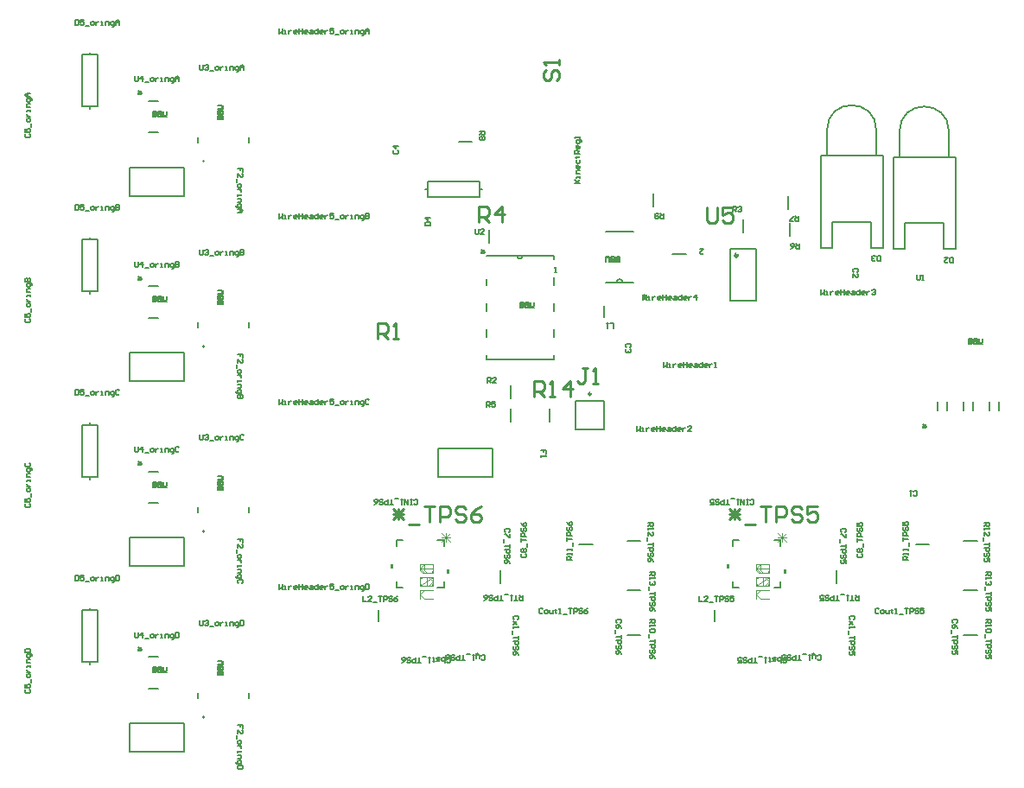
<source format=gto>
G04 Layer_Color=65535*
%FSLAX25Y25*%
%MOIN*%
G70*
G01*
G75*
%ADD26C,0.01000*%
%ADD28C,0.01200*%
%ADD41C,0.00984*%
%ADD42C,0.00500*%
%ADD43C,0.00600*%
%ADD44C,0.00787*%
%ADD45C,0.00800*%
%ADD46C,0.00300*%
G36*
X323949Y263297D02*
X322949D01*
Y264796D01*
X323949D01*
Y263297D01*
D02*
G37*
G36*
X453724Y263281D02*
X452724D01*
Y264781D01*
X453724D01*
Y263281D01*
D02*
G37*
G36*
X302051Y265265D02*
X301051D01*
Y266765D01*
X302051D01*
Y265265D01*
D02*
G37*
G36*
X431827Y265250D02*
X430827D01*
Y266750D01*
X431827D01*
Y265250D01*
D02*
G37*
D26*
X377099Y342598D02*
X375099D01*
X376099D01*
Y337600D01*
X375099Y336600D01*
X374100D01*
X373100Y337600D01*
X379098Y336600D02*
X381097D01*
X380098D01*
Y342598D01*
X379098Y341598D01*
X296100Y353900D02*
Y359898D01*
X299099D01*
X300099Y358898D01*
Y356899D01*
X299099Y355899D01*
X296100D01*
X298099D02*
X300099Y353900D01*
X302098D02*
X304097D01*
X303098D01*
Y359898D01*
X302098Y358898D01*
X423264Y404498D02*
Y399500D01*
X424264Y398500D01*
X426263D01*
X427263Y399500D01*
Y404498D01*
X433261D02*
X429262D01*
Y401499D01*
X431261Y402499D01*
X432261D01*
X433261Y401499D01*
Y399500D01*
X432261Y398500D01*
X430262D01*
X429262Y399500D01*
X356450Y331450D02*
Y337448D01*
X359449D01*
X360449Y336448D01*
Y334449D01*
X359449Y333449D01*
X356450D01*
X358449D02*
X360449Y331450D01*
X362448D02*
X364447D01*
X363448D01*
Y337448D01*
X362448Y336448D01*
X370445Y331450D02*
Y337448D01*
X367446Y334449D01*
X371445D01*
X361052Y457549D02*
X360052Y456549D01*
Y454550D01*
X361052Y453550D01*
X362051D01*
X363051Y454550D01*
Y456549D01*
X364051Y457549D01*
X365050D01*
X366050Y456549D01*
Y454550D01*
X365050Y453550D01*
X366050Y459548D02*
Y461547D01*
Y460548D01*
X360052D01*
X361052Y459548D01*
X335050Y398850D02*
Y404848D01*
X338049D01*
X339049Y403848D01*
Y401849D01*
X338049Y400849D01*
X335050D01*
X337049D02*
X339049Y398850D01*
X344047D02*
Y404848D01*
X341048Y401849D01*
X345047D01*
X431876Y288183D02*
X435874Y284184D01*
X431876D02*
X435874Y288183D01*
X431876Y286184D02*
X435874D01*
X433875Y284184D02*
Y288183D01*
X437874Y282185D02*
X441872D01*
X443872Y289183D02*
X447870D01*
X445871D01*
Y283185D01*
X449870D02*
Y289183D01*
X452869D01*
X453868Y288183D01*
Y286184D01*
X452869Y285184D01*
X449870D01*
X459867Y288183D02*
X458867Y289183D01*
X456868D01*
X455868Y288183D01*
Y287183D01*
X456868Y286184D01*
X458867D01*
X459867Y285184D01*
Y284184D01*
X458867Y283185D01*
X456868D01*
X455868Y284184D01*
X465865Y289183D02*
X461866D01*
Y286184D01*
X463865Y287183D01*
X464865D01*
X465865Y286184D01*
Y284184D01*
X464865Y283185D01*
X462866D01*
X461866Y284184D01*
X302100Y288198D02*
X306099Y284200D01*
X302100D02*
X306099Y288198D01*
X302100Y286199D02*
X306099D01*
X304099Y284200D02*
Y288198D01*
X308098Y282200D02*
X312097D01*
X314096Y289198D02*
X318095D01*
X316095D01*
Y283200D01*
X320094D02*
Y289198D01*
X323093D01*
X324093Y288198D01*
Y286199D01*
X323093Y285199D01*
X320094D01*
X330091Y288198D02*
X329091Y289198D01*
X327092D01*
X326092Y288198D01*
Y287199D01*
X327092Y286199D01*
X329091D01*
X330091Y285199D01*
Y284200D01*
X329091Y283200D01*
X327092D01*
X326092Y284200D01*
X336089Y289198D02*
X334090Y288198D01*
X332090Y286199D01*
Y284200D01*
X333090Y283200D01*
X335089D01*
X336089Y284200D01*
Y285199D01*
X335089Y286199D01*
X332090D01*
D28*
X435000Y386000D02*
G03*
X435000Y386000I-500J0D01*
G01*
D41*
X378492Y332571D02*
G03*
X378492Y332571I-492J0D01*
G01*
D42*
X516500Y434000D02*
G03*
X497500Y434000I-9500J0D01*
G01*
X488500Y434500D02*
G03*
X469500Y434500I-9500J0D01*
G01*
X495000Y388500D02*
X499500D01*
Y398500D01*
X514500D01*
Y388500D02*
Y398500D01*
Y388500D02*
X519000D01*
X497500Y424000D02*
Y434000D01*
X516500Y424000D02*
Y434000D01*
X495000Y388500D02*
Y424000D01*
X519000D01*
Y388500D02*
Y424000D01*
X467000Y389000D02*
X471500D01*
Y399000D01*
X486500D01*
Y389000D02*
Y399000D01*
Y389000D02*
X491000D01*
X469500Y424500D02*
Y434500D01*
X488500Y424500D02*
Y434500D01*
X467000Y389000D02*
Y424500D01*
X491000D01*
Y389000D02*
Y424500D01*
X364500Y379500D02*
X365166D01*
X364833D01*
Y381499D01*
X364500Y381166D01*
X420517Y388550D02*
X421850D01*
X420517Y387217D01*
Y386884D01*
X420850Y386551D01*
X421517D01*
X421850Y386884D01*
X502917Y293484D02*
X503250Y293151D01*
X503917D01*
X504250Y293484D01*
Y294817D01*
X503917Y295150D01*
X503250D01*
X502917Y294817D01*
X502251Y295150D02*
X501584D01*
X501917D01*
Y293151D01*
X502251Y293484D01*
X481016Y379417D02*
X481349Y379750D01*
Y380417D01*
X481016Y380750D01*
X479683D01*
X479350Y380417D01*
Y379750D01*
X479683Y379417D01*
X479350Y377418D02*
Y378751D01*
X480683Y377418D01*
X481016D01*
X481349Y377751D01*
Y378417D01*
X481016Y378751D01*
X393516Y350417D02*
X393849Y350750D01*
Y351417D01*
X393516Y351750D01*
X392183D01*
X391850Y351417D01*
Y350750D01*
X392183Y350417D01*
X393516Y349751D02*
X393849Y349417D01*
Y348751D01*
X393516Y348418D01*
X393183D01*
X392850Y348751D01*
Y349084D01*
Y348751D01*
X392516Y348418D01*
X392183D01*
X391850Y348751D01*
Y349417D01*
X392183Y349751D01*
X302484Y426583D02*
X302151Y426250D01*
Y425583D01*
X302484Y425250D01*
X303817D01*
X304150Y425583D01*
Y426250D01*
X303817Y426583D01*
X304150Y428249D02*
X302151D01*
X303150Y427249D01*
Y428582D01*
X160484Y432983D02*
X160151Y432650D01*
Y431983D01*
X160484Y431650D01*
X161817D01*
X162150Y431983D01*
Y432650D01*
X161817Y432983D01*
X160151Y434982D02*
Y433649D01*
X161150D01*
X160817Y434316D01*
Y434649D01*
X161150Y434982D01*
X161817D01*
X162150Y434649D01*
Y433983D01*
X161817Y433649D01*
X162483Y435649D02*
Y436982D01*
X162150Y437981D02*
Y438648D01*
X161817Y438981D01*
X161150D01*
X160817Y438648D01*
Y437981D01*
X161150Y437648D01*
X161817D01*
X162150Y437981D01*
X160817Y439647D02*
X162150D01*
X161484D01*
X161150Y439981D01*
X160817Y440314D01*
Y440647D01*
X162150Y441647D02*
Y442313D01*
Y441980D01*
X160817D01*
Y441647D01*
X162150Y443313D02*
X160817D01*
Y444313D01*
X161150Y444646D01*
X162150D01*
X162817Y445979D02*
Y446312D01*
X162483Y446645D01*
X160817D01*
Y445646D01*
X161150Y445312D01*
X161817D01*
X162150Y445646D01*
Y446645D01*
Y447312D02*
X160817D01*
X160151Y447978D01*
X160817Y448644D01*
X162150D01*
X161150D01*
Y447312D01*
X160484Y361591D02*
X160151Y361258D01*
Y360591D01*
X160484Y360258D01*
X161817D01*
X162150Y360591D01*
Y361258D01*
X161817Y361591D01*
X160151Y363590D02*
Y362258D01*
X161150D01*
X160817Y362924D01*
Y363257D01*
X161150Y363590D01*
X161817D01*
X162150Y363257D01*
Y362591D01*
X161817Y362258D01*
X162483Y364257D02*
Y365590D01*
X162150Y366589D02*
Y367256D01*
X161817Y367589D01*
X161150D01*
X160817Y367256D01*
Y366589D01*
X161150Y366256D01*
X161817D01*
X162150Y366589D01*
X160817Y368256D02*
X162150D01*
X161484D01*
X161150Y368589D01*
X160817Y368922D01*
Y369255D01*
X162150Y370255D02*
Y370921D01*
Y370588D01*
X160817D01*
Y370255D01*
X162150Y371921D02*
X160817D01*
Y372921D01*
X161150Y373254D01*
X162150D01*
X162817Y374587D02*
Y374920D01*
X162483Y375253D01*
X160817D01*
Y374254D01*
X161150Y373920D01*
X161817D01*
X162150Y374254D01*
Y375253D01*
X160151Y375920D02*
X162150D01*
Y376919D01*
X161817Y377253D01*
X161484D01*
X161150Y376919D01*
Y375920D01*
Y376919D01*
X160817Y377253D01*
X160484D01*
X160151Y376919D01*
Y375920D01*
X160484Y290091D02*
X160151Y289758D01*
Y289091D01*
X160484Y288758D01*
X161817D01*
X162150Y289091D01*
Y289758D01*
X161817Y290091D01*
X160151Y292090D02*
Y290757D01*
X161150D01*
X160817Y291424D01*
Y291757D01*
X161150Y292090D01*
X161817D01*
X162150Y291757D01*
Y291091D01*
X161817Y290757D01*
X162483Y292757D02*
Y294090D01*
X162150Y295090D02*
Y295756D01*
X161817Y296089D01*
X161150D01*
X160817Y295756D01*
Y295090D01*
X161150Y294756D01*
X161817D01*
X162150Y295090D01*
X160817Y296756D02*
X162150D01*
X161484D01*
X161150Y297089D01*
X160817Y297422D01*
Y297755D01*
X162150Y298755D02*
Y299421D01*
Y299088D01*
X160817D01*
Y298755D01*
X162150Y300421D02*
X160817D01*
Y301421D01*
X161150Y301754D01*
X162150D01*
X162817Y303087D02*
Y303420D01*
X162483Y303753D01*
X160817D01*
Y302754D01*
X161150Y302420D01*
X161817D01*
X162150Y302754D01*
Y303753D01*
X160484Y305753D02*
X160151Y305419D01*
Y304753D01*
X160484Y304420D01*
X161817D01*
X162150Y304753D01*
Y305419D01*
X161817Y305753D01*
X160484Y218591D02*
X160151Y218258D01*
Y217591D01*
X160484Y217258D01*
X161817D01*
X162150Y217591D01*
Y218258D01*
X161817Y218591D01*
X160151Y220590D02*
Y219257D01*
X161150D01*
X160817Y219924D01*
Y220257D01*
X161150Y220590D01*
X161817D01*
X162150Y220257D01*
Y219591D01*
X161817Y219257D01*
X162483Y221257D02*
Y222590D01*
X162150Y223589D02*
Y224256D01*
X161817Y224589D01*
X161150D01*
X160817Y224256D01*
Y223589D01*
X161150Y223256D01*
X161817D01*
X162150Y223589D01*
X160817Y225256D02*
X162150D01*
X161484D01*
X161150Y225589D01*
X160817Y225922D01*
Y226255D01*
X162150Y227255D02*
Y227921D01*
Y227588D01*
X160817D01*
Y227255D01*
X162150Y228921D02*
X160817D01*
Y229921D01*
X161150Y230254D01*
X162150D01*
X162817Y231587D02*
Y231920D01*
X162483Y232253D01*
X160817D01*
Y231254D01*
X161150Y230920D01*
X161817D01*
X162150Y231254D01*
Y232253D01*
X160151Y232920D02*
X162150D01*
Y233919D01*
X161817Y234253D01*
X160484D01*
X160151Y233919D01*
Y232920D01*
X519442Y244152D02*
X519775Y244485D01*
Y245151D01*
X519442Y245484D01*
X518109D01*
X517776Y245151D01*
Y244485D01*
X518109Y244152D01*
X519775Y242152D02*
X519442Y242819D01*
X518775Y243485D01*
X518109D01*
X517776Y243152D01*
Y242485D01*
X518109Y242152D01*
X518442D01*
X518775Y242485D01*
Y243485D01*
X517442Y241486D02*
Y240153D01*
X519775Y239487D02*
Y238154D01*
Y238820D01*
X517776D01*
Y237487D02*
X519775D01*
Y236487D01*
X519442Y236154D01*
X518775D01*
X518442Y236487D01*
Y237487D01*
X519442Y234155D02*
X519775Y234488D01*
Y235155D01*
X519442Y235488D01*
X519108D01*
X518775Y235155D01*
Y234488D01*
X518442Y234155D01*
X518109D01*
X517776Y234488D01*
Y235155D01*
X518109Y235488D01*
X519775Y232155D02*
Y233488D01*
X518775D01*
X519108Y232822D01*
Y232489D01*
X518775Y232155D01*
X518109D01*
X517776Y232489D01*
Y233155D01*
X518109Y233488D01*
X389666Y244167D02*
X389999Y244500D01*
Y245167D01*
X389666Y245500D01*
X388333D01*
X388000Y245167D01*
Y244500D01*
X388333Y244167D01*
X389999Y242168D02*
X389666Y242834D01*
X389000Y243501D01*
X388333D01*
X388000Y243167D01*
Y242501D01*
X388333Y242168D01*
X388666D01*
X389000Y242501D01*
Y243501D01*
X387667Y241501D02*
Y240168D01*
X389999Y239502D02*
Y238169D01*
Y238836D01*
X388000D01*
Y237503D02*
X389999D01*
Y236503D01*
X389666Y236170D01*
X389000D01*
X388666Y236503D01*
Y237503D01*
X389666Y234170D02*
X389999Y234504D01*
Y235170D01*
X389666Y235503D01*
X389333D01*
X389000Y235170D01*
Y234504D01*
X388666Y234170D01*
X388333D01*
X388000Y234504D01*
Y235170D01*
X388333Y235503D01*
X389999Y232171D02*
X389666Y232837D01*
X389000Y233504D01*
X388333D01*
X388000Y233171D01*
Y232504D01*
X388333Y232171D01*
X388666D01*
X389000Y232504D01*
Y233504D01*
X476442Y279108D02*
X476775Y279442D01*
Y280108D01*
X476442Y280441D01*
X475109D01*
X474776Y280108D01*
Y279442D01*
X475109Y279108D01*
X476775Y278442D02*
Y277109D01*
X476442D01*
X475109Y278442D01*
X474776D01*
X474442Y276443D02*
Y275110D01*
X476775Y274443D02*
Y273110D01*
Y273777D01*
X474776D01*
Y272444D02*
X476775D01*
Y271444D01*
X476442Y271111D01*
X475775D01*
X475442Y271444D01*
Y272444D01*
X476442Y269112D02*
X476775Y269445D01*
Y270111D01*
X476442Y270444D01*
X476109D01*
X475775Y270111D01*
Y269445D01*
X475442Y269112D01*
X475109D01*
X474776Y269445D01*
Y270111D01*
X475109Y270444D01*
X476775Y267112D02*
Y268445D01*
X475775D01*
X476109Y267779D01*
Y267445D01*
X475775Y267112D01*
X475109D01*
X474776Y267445D01*
Y268112D01*
X475109Y268445D01*
X346666Y279124D02*
X346999Y279457D01*
Y280123D01*
X346666Y280457D01*
X345333D01*
X345000Y280123D01*
Y279457D01*
X345333Y279124D01*
X346999Y278457D02*
Y277124D01*
X346666D01*
X345333Y278457D01*
X345000D01*
X344667Y276458D02*
Y275125D01*
X346999Y274459D02*
Y273126D01*
Y273792D01*
X345000D01*
Y272459D02*
X346999D01*
Y271460D01*
X346666Y271126D01*
X346000D01*
X345666Y271460D01*
Y272459D01*
X346666Y269127D02*
X346999Y269460D01*
Y270127D01*
X346666Y270460D01*
X346333D01*
X346000Y270127D01*
Y269460D01*
X345666Y269127D01*
X345333D01*
X345000Y269460D01*
Y270127D01*
X345333Y270460D01*
X346999Y267128D02*
X346666Y267794D01*
X346000Y268461D01*
X345333D01*
X345000Y268127D01*
Y267461D01*
X345333Y267128D01*
X345666D01*
X346000Y267461D01*
Y268461D01*
X481609Y270774D02*
X481276Y270441D01*
Y269774D01*
X481609Y269441D01*
X482942D01*
X483276Y269774D01*
Y270441D01*
X482942Y270774D01*
X481609Y271441D02*
X481276Y271774D01*
Y272440D01*
X481609Y272774D01*
X481943D01*
X482276Y272440D01*
X482609Y272774D01*
X482942D01*
X483276Y272440D01*
Y271774D01*
X482942Y271441D01*
X482609D01*
X482276Y271774D01*
X481943Y271441D01*
X481609D01*
X482276Y271774D02*
Y272440D01*
X483609Y273440D02*
Y274773D01*
X481276Y275439D02*
Y276772D01*
Y276106D01*
X483276D01*
Y277439D02*
X481276D01*
Y278438D01*
X481609Y278771D01*
X482276D01*
X482609Y278438D01*
Y277439D01*
X481609Y280771D02*
X481276Y280438D01*
Y279771D01*
X481609Y279438D01*
X481943D01*
X482276Y279771D01*
Y280438D01*
X482609Y280771D01*
X482942D01*
X483276Y280438D01*
Y279771D01*
X482942Y279438D01*
X481276Y282770D02*
Y281437D01*
X482276D01*
X481943Y282104D01*
Y282437D01*
X482276Y282770D01*
X482942D01*
X483276Y282437D01*
Y281770D01*
X482942Y281437D01*
X351834Y270790D02*
X351501Y270456D01*
Y269790D01*
X351834Y269457D01*
X353167D01*
X353500Y269790D01*
Y270456D01*
X353167Y270790D01*
X351834Y271456D02*
X351501Y271789D01*
Y272456D01*
X351834Y272789D01*
X352167D01*
X352500Y272456D01*
X352834Y272789D01*
X353167D01*
X353500Y272456D01*
Y271789D01*
X353167Y271456D01*
X352834D01*
X352500Y271789D01*
X352167Y271456D01*
X351834D01*
X352500Y271789D02*
Y272456D01*
X353833Y273455D02*
Y274788D01*
X351501Y275455D02*
Y276788D01*
Y276121D01*
X353500D01*
Y277454D02*
X351501D01*
Y278454D01*
X351834Y278787D01*
X352500D01*
X352834Y278454D01*
Y277454D01*
X351834Y280786D02*
X351501Y280453D01*
Y279787D01*
X351834Y279453D01*
X352167D01*
X352500Y279787D01*
Y280453D01*
X352834Y280786D01*
X353167D01*
X353500Y280453D01*
Y279787D01*
X353167Y279453D01*
X351501Y282786D02*
X351834Y282119D01*
X352500Y281453D01*
X353167D01*
X353500Y281786D01*
Y282453D01*
X353167Y282786D01*
X352834D01*
X352500Y282453D01*
Y281453D01*
X452443Y229318D02*
X452776Y228985D01*
X453442D01*
X453776Y229318D01*
Y230651D01*
X453442Y230984D01*
X452776D01*
X452443Y230651D01*
X451776Y228985D02*
Y230984D01*
X450777D01*
X450443Y230651D01*
Y230318D01*
Y229985D01*
X450777Y229652D01*
X451776D01*
X449777Y230984D02*
X448777D01*
X448444Y230651D01*
X448777Y230318D01*
X449444D01*
X449777Y229985D01*
X449444Y229652D01*
X448444D01*
X447444Y229318D02*
Y229652D01*
X447778D01*
X447111D01*
X447444D01*
Y230651D01*
X447111Y230984D01*
X446111D02*
X445445D01*
X445778D01*
Y228985D01*
X446111Y229318D01*
X444445Y231318D02*
X443112D01*
X442446Y228985D02*
X441113D01*
X441780D01*
Y230984D01*
X440447D02*
Y228985D01*
X439447D01*
X439114Y229318D01*
Y229985D01*
X439447Y230318D01*
X440447D01*
X437114Y229318D02*
X437448Y228985D01*
X438114D01*
X438447Y229318D01*
Y229652D01*
X438114Y229985D01*
X437448D01*
X437114Y230318D01*
Y230651D01*
X437448Y230984D01*
X438114D01*
X438447Y230651D01*
X435115Y228985D02*
X436448D01*
Y229985D01*
X435781Y229652D01*
X435448D01*
X435115Y229985D01*
Y230651D01*
X435448Y230984D01*
X436115D01*
X436448Y230651D01*
X322667Y229334D02*
X323000Y229001D01*
X323667D01*
X324000Y229334D01*
Y230667D01*
X323667Y231000D01*
X323000D01*
X322667Y230667D01*
X322001Y229001D02*
Y231000D01*
X321001D01*
X320668Y230667D01*
Y230334D01*
Y230000D01*
X321001Y229667D01*
X322001D01*
X320001Y231000D02*
X319002D01*
X318668Y230667D01*
X319002Y230334D01*
X319668D01*
X320001Y230000D01*
X319668Y229667D01*
X318668D01*
X317669Y229334D02*
Y229667D01*
X318002D01*
X317336D01*
X317669D01*
Y230667D01*
X317336Y231000D01*
X316336D02*
X315669D01*
X316003D01*
Y229001D01*
X316336Y229334D01*
X314670Y231333D02*
X313337D01*
X312670Y229001D02*
X311337D01*
X312004D01*
Y231000D01*
X310671D02*
Y229001D01*
X309671D01*
X309338Y229334D01*
Y230000D01*
X309671Y230334D01*
X310671D01*
X307339Y229334D02*
X307672Y229001D01*
X308338D01*
X308672Y229334D01*
Y229667D01*
X308338Y230000D01*
X307672D01*
X307339Y230334D01*
Y230667D01*
X307672Y231000D01*
X308338D01*
X308672Y230667D01*
X305339Y229001D02*
X306006Y229334D01*
X306672Y230000D01*
Y230667D01*
X306339Y231000D01*
X305673D01*
X305339Y230667D01*
Y230334D01*
X305673Y230000D01*
X306672D01*
X439667Y290334D02*
X440000Y290001D01*
X440667D01*
X441000Y290334D01*
Y291667D01*
X440667Y292000D01*
X440000D01*
X439667Y291667D01*
X439001Y290001D02*
X438334D01*
X438667D01*
Y292000D01*
X439001D01*
X438334D01*
X437334D02*
Y290001D01*
X436002Y292000D01*
Y290001D01*
X435335Y292000D02*
X434669D01*
X435002D01*
Y290001D01*
X435335Y290334D01*
X433669Y292333D02*
X432336D01*
X431670Y290001D02*
X430337D01*
X431003D01*
Y292000D01*
X429670D02*
Y290001D01*
X428671D01*
X428337Y290334D01*
Y291000D01*
X428671Y291334D01*
X429670D01*
X426338Y290334D02*
X426671Y290001D01*
X427338D01*
X427671Y290334D01*
Y290667D01*
X427338Y291000D01*
X426671D01*
X426338Y291334D01*
Y291667D01*
X426671Y292000D01*
X427338D01*
X427671Y291667D01*
X424339Y290001D02*
X425672D01*
Y291000D01*
X425005Y290667D01*
X424672D01*
X424339Y291000D01*
Y291667D01*
X424672Y292000D01*
X425338D01*
X425672Y291667D01*
X310210Y290291D02*
X310544Y289957D01*
X311210D01*
X311543Y290291D01*
Y291623D01*
X311210Y291957D01*
X310544D01*
X310210Y291623D01*
X309544Y289957D02*
X308877D01*
X309211D01*
Y291957D01*
X309544D01*
X308877D01*
X307878D02*
Y289957D01*
X306545Y291957D01*
Y289957D01*
X305878Y291957D02*
X305212D01*
X305545D01*
Y289957D01*
X305878Y290291D01*
X304212Y292290D02*
X302879D01*
X302213Y289957D02*
X300880D01*
X301547D01*
Y291957D01*
X300214D02*
Y289957D01*
X299214D01*
X298881Y290291D01*
Y290957D01*
X299214Y291290D01*
X300214D01*
X296881Y290291D02*
X297215Y289957D01*
X297881D01*
X298214Y290291D01*
Y290624D01*
X297881Y290957D01*
X297215D01*
X296881Y291290D01*
Y291623D01*
X297215Y291957D01*
X297881D01*
X298214Y291623D01*
X294882Y289957D02*
X295549Y290291D01*
X296215Y290957D01*
Y291623D01*
X295882Y291957D01*
X295215D01*
X294882Y291623D01*
Y291290D01*
X295215Y290957D01*
X296215D01*
X489608Y249651D02*
X489275Y249984D01*
X488609D01*
X488276Y249651D01*
Y248318D01*
X488609Y247985D01*
X489275D01*
X489608Y248318D01*
X490608Y247985D02*
X491275D01*
X491608Y248318D01*
Y248984D01*
X491275Y249317D01*
X490608D01*
X490275Y248984D01*
Y248318D01*
X490608Y247985D01*
X492274Y249317D02*
Y248318D01*
X492607Y247985D01*
X493607D01*
Y249317D01*
X494607Y249651D02*
Y249317D01*
X494274D01*
X494940D01*
X494607D01*
Y248318D01*
X494940Y247985D01*
X495940D02*
X496606D01*
X496273D01*
Y249984D01*
X495940Y249651D01*
X497606Y247651D02*
X498939D01*
X499605Y249984D02*
X500938D01*
X500272D01*
Y247985D01*
X501605D02*
Y249984D01*
X502604D01*
X502938Y249651D01*
Y248984D01*
X502604Y248651D01*
X501605D01*
X504937Y249651D02*
X504604Y249984D01*
X503937D01*
X503604Y249651D01*
Y249317D01*
X503937Y248984D01*
X504604D01*
X504937Y248651D01*
Y248318D01*
X504604Y247985D01*
X503937D01*
X503604Y248318D01*
X506936Y249984D02*
X505603D01*
Y248984D01*
X506270Y249317D01*
X506603D01*
X506936Y248984D01*
Y248318D01*
X506603Y247985D01*
X505936D01*
X505603Y248318D01*
X359833Y249666D02*
X359500Y249999D01*
X358833D01*
X358500Y249666D01*
Y248333D01*
X358833Y248000D01*
X359500D01*
X359833Y248333D01*
X360833Y248000D02*
X361499D01*
X361832Y248333D01*
Y249000D01*
X361499Y249333D01*
X360833D01*
X360499Y249000D01*
Y248333D01*
X360833Y248000D01*
X362499Y249333D02*
Y248333D01*
X362832Y248000D01*
X363832D01*
Y249333D01*
X364831Y249666D02*
Y249333D01*
X364498D01*
X365164D01*
X364831D01*
Y248333D01*
X365164Y248000D01*
X366164D02*
X366831D01*
X366497D01*
Y249999D01*
X366164Y249666D01*
X367830Y247667D02*
X369163D01*
X369830Y249999D02*
X371163D01*
X370496D01*
Y248000D01*
X371829D02*
Y249999D01*
X372829D01*
X373162Y249666D01*
Y249000D01*
X372829Y248666D01*
X371829D01*
X375161Y249666D02*
X374828Y249999D01*
X374162D01*
X373828Y249666D01*
Y249333D01*
X374162Y249000D01*
X374828D01*
X375161Y248666D01*
Y248333D01*
X374828Y248000D01*
X374162D01*
X373828Y248333D01*
X377161Y249999D02*
X376494Y249666D01*
X375828Y249000D01*
Y248333D01*
X376161Y248000D01*
X376827D01*
X377161Y248333D01*
Y248666D01*
X376827Y249000D01*
X375828D01*
X479942Y245608D02*
X480275Y245941D01*
Y246608D01*
X479942Y246941D01*
X478609D01*
X478276Y246608D01*
Y245941D01*
X478609Y245608D01*
X479608Y244942D02*
X478276Y243609D01*
X478942Y244275D01*
X479608Y243609D01*
X478276Y244942D01*
Y242943D02*
Y242276D01*
Y242609D01*
X480275D01*
X479942Y242943D01*
X477942Y241276D02*
Y239944D01*
X480275Y239277D02*
Y237944D01*
Y238611D01*
X478276D01*
Y237278D02*
X480275D01*
Y236278D01*
X479942Y235945D01*
X479275D01*
X478942Y236278D01*
Y237278D01*
X479942Y233945D02*
X480275Y234279D01*
Y234945D01*
X479942Y235278D01*
X479608D01*
X479275Y234945D01*
Y234279D01*
X478942Y233945D01*
X478609D01*
X478276Y234279D01*
Y234945D01*
X478609Y235278D01*
X480275Y231946D02*
Y233279D01*
X479275D01*
X479608Y232612D01*
Y232279D01*
X479275Y231946D01*
X478609D01*
X478276Y232279D01*
Y232946D01*
X478609Y233279D01*
X350166Y245624D02*
X350499Y245957D01*
Y246623D01*
X350166Y246957D01*
X348833D01*
X348500Y246623D01*
Y245957D01*
X348833Y245624D01*
X349833Y244957D02*
X348500Y243624D01*
X349166Y244291D01*
X349833Y243624D01*
X348500Y244957D01*
Y242958D02*
Y242292D01*
Y242625D01*
X350499D01*
X350166Y242958D01*
X348167Y241292D02*
Y239959D01*
X350499Y239293D02*
Y237960D01*
Y238626D01*
X348500D01*
Y237293D02*
X350499D01*
Y236294D01*
X350166Y235960D01*
X349500D01*
X349166Y236294D01*
Y237293D01*
X350166Y233961D02*
X350499Y234294D01*
Y234961D01*
X350166Y235294D01*
X349833D01*
X349500Y234961D01*
Y234294D01*
X349166Y233961D01*
X348833D01*
X348500Y234294D01*
Y234961D01*
X348833Y235294D01*
X350499Y231962D02*
X350166Y232628D01*
X349500Y233295D01*
X348833D01*
X348500Y232961D01*
Y232295D01*
X348833Y231962D01*
X349166D01*
X349500Y232295D01*
Y233295D01*
X465943Y230275D02*
X466276Y229942D01*
X466942D01*
X467276Y230275D01*
Y231608D01*
X466942Y231941D01*
X466276D01*
X465943Y231608D01*
X465276Y230608D02*
Y231608D01*
X464943Y231941D01*
X463943D01*
Y232274D01*
X464277Y232608D01*
X464610D01*
X463943Y231941D02*
Y230608D01*
X463277Y231941D02*
X462610D01*
X462944D01*
Y229942D01*
X463277Y230275D01*
X461611Y232274D02*
X460278D01*
X459611Y229942D02*
X458279D01*
X458945D01*
Y231941D01*
X457612D02*
Y229942D01*
X456612D01*
X456279Y230275D01*
Y230942D01*
X456612Y231275D01*
X457612D01*
X454280Y230275D02*
X454613Y229942D01*
X455279D01*
X455613Y230275D01*
Y230608D01*
X455279Y230942D01*
X454613D01*
X454280Y231275D01*
Y231608D01*
X454613Y231941D01*
X455279D01*
X455613Y231608D01*
X452281Y229942D02*
X453613D01*
Y230942D01*
X452947Y230608D01*
X452614D01*
X452281Y230942D01*
Y231608D01*
X452614Y231941D01*
X453280D01*
X453613Y231608D01*
X336167Y230291D02*
X336500Y229957D01*
X337167D01*
X337500Y230291D01*
Y231624D01*
X337167Y231957D01*
X336500D01*
X336167Y231624D01*
X335501Y230624D02*
Y231624D01*
X335167Y231957D01*
X334168D01*
Y232290D01*
X334501Y232623D01*
X334834D01*
X334168Y231957D02*
Y230624D01*
X333501Y231957D02*
X332835D01*
X333168D01*
Y229957D01*
X333501Y230291D01*
X331835Y232290D02*
X330502D01*
X329836Y229957D02*
X328503D01*
X329169D01*
Y231957D01*
X327836D02*
Y229957D01*
X326837D01*
X326504Y230291D01*
Y230957D01*
X326837Y231290D01*
X327836D01*
X324504Y230291D02*
X324837Y229957D01*
X325504D01*
X325837Y230291D01*
Y230624D01*
X325504Y230957D01*
X324837D01*
X324504Y231290D01*
Y231624D01*
X324837Y231957D01*
X325504D01*
X325837Y231624D01*
X322505Y229957D02*
X323171Y230291D01*
X323838Y230957D01*
Y231624D01*
X323504Y231957D01*
X322838D01*
X322505Y231624D01*
Y231290D01*
X322838Y230957D01*
X323838D01*
X518250Y383251D02*
Y385250D01*
X517250D01*
X516917Y384917D01*
Y383584D01*
X517250Y383251D01*
X518250D01*
X514918Y385250D02*
X516251D01*
X514918Y383917D01*
Y383584D01*
X515251Y383251D01*
X515917D01*
X516251Y383584D01*
X490250Y383751D02*
Y385750D01*
X489250D01*
X488917Y385417D01*
Y384084D01*
X489250Y383751D01*
X490250D01*
X488251Y384084D02*
X487917Y383751D01*
X487251D01*
X486918Y384084D01*
Y384417D01*
X487251Y384750D01*
X487584D01*
X487251D01*
X486918Y385084D01*
Y385417D01*
X487251Y385750D01*
X487917D01*
X488251Y385417D01*
X314501Y397500D02*
X316500D01*
Y398500D01*
X316167Y398833D01*
X314834D01*
X314501Y398500D01*
Y397500D01*
X316500Y400499D02*
X314501D01*
X315500Y399499D01*
Y400832D01*
X179550Y477049D02*
Y475050D01*
X180550D01*
X180883Y475383D01*
Y476716D01*
X180550Y477049D01*
X179550D01*
X182882D02*
X181549D01*
Y476050D01*
X182216Y476383D01*
X182549D01*
X182882Y476050D01*
Y475383D01*
X182549Y475050D01*
X181883D01*
X181549Y475383D01*
X183549Y474717D02*
X184882D01*
X185881Y475050D02*
X186548D01*
X186881Y475383D01*
Y476050D01*
X186548Y476383D01*
X185881D01*
X185548Y476050D01*
Y475383D01*
X185881Y475050D01*
X187547Y476383D02*
Y475050D01*
Y475716D01*
X187881Y476050D01*
X188214Y476383D01*
X188547D01*
X189547Y475050D02*
X190213D01*
X189880D01*
Y476383D01*
X189547D01*
X191213Y475050D02*
Y476383D01*
X192213D01*
X192546Y476050D01*
Y475050D01*
X193879Y474384D02*
X194212D01*
X194545Y474717D01*
Y476383D01*
X193545D01*
X193212Y476050D01*
Y475383D01*
X193545Y475050D01*
X194545D01*
X195212D02*
Y476383D01*
X195878Y477049D01*
X196545Y476383D01*
Y475050D01*
Y476050D01*
X195212D01*
X179550Y405657D02*
Y403658D01*
X180550D01*
X180883Y403991D01*
Y405324D01*
X180550Y405657D01*
X179550D01*
X182882D02*
X181549D01*
Y404658D01*
X182216Y404991D01*
X182549D01*
X182882Y404658D01*
Y403991D01*
X182549Y403658D01*
X181883D01*
X181549Y403991D01*
X183549Y403325D02*
X184882D01*
X185881Y403658D02*
X186548D01*
X186881Y403991D01*
Y404658D01*
X186548Y404991D01*
X185881D01*
X185548Y404658D01*
Y403991D01*
X185881Y403658D01*
X187547Y404991D02*
Y403658D01*
Y404325D01*
X187881Y404658D01*
X188214Y404991D01*
X188547D01*
X189547Y403658D02*
X190213D01*
X189880D01*
Y404991D01*
X189547D01*
X191213Y403658D02*
Y404991D01*
X192213D01*
X192546Y404658D01*
Y403658D01*
X193879Y402992D02*
X194212D01*
X194545Y403325D01*
Y404991D01*
X193545D01*
X193212Y404658D01*
Y403991D01*
X193545Y403658D01*
X194545D01*
X195212Y405657D02*
Y403658D01*
X196211D01*
X196545Y403991D01*
Y404325D01*
X196211Y404658D01*
X195212D01*
X196211D01*
X196545Y404991D01*
Y405324D01*
X196211Y405657D01*
X195212D01*
X179550Y334157D02*
Y332158D01*
X180550D01*
X180883Y332491D01*
Y333824D01*
X180550Y334157D01*
X179550D01*
X182882D02*
X181549D01*
Y333158D01*
X182216Y333491D01*
X182549D01*
X182882Y333158D01*
Y332491D01*
X182549Y332158D01*
X181883D01*
X181549Y332491D01*
X183549Y331825D02*
X184882D01*
X185881Y332158D02*
X186548D01*
X186881Y332491D01*
Y333158D01*
X186548Y333491D01*
X185881D01*
X185548Y333158D01*
Y332491D01*
X185881Y332158D01*
X187547Y333491D02*
Y332158D01*
Y332825D01*
X187881Y333158D01*
X188214Y333491D01*
X188547D01*
X189547Y332158D02*
X190213D01*
X189880D01*
Y333491D01*
X189547D01*
X191213Y332158D02*
Y333491D01*
X192213D01*
X192546Y333158D01*
Y332158D01*
X193879Y331492D02*
X194212D01*
X194545Y331825D01*
Y333491D01*
X193545D01*
X193212Y333158D01*
Y332491D01*
X193545Y332158D01*
X194545D01*
X196545Y333824D02*
X196211Y334157D01*
X195545D01*
X195212Y333824D01*
Y332491D01*
X195545Y332158D01*
X196211D01*
X196545Y332491D01*
X179550Y262657D02*
Y260658D01*
X180550D01*
X180883Y260991D01*
Y262324D01*
X180550Y262657D01*
X179550D01*
X182882D02*
X181549D01*
Y261658D01*
X182216Y261991D01*
X182549D01*
X182882Y261658D01*
Y260991D01*
X182549Y260658D01*
X181883D01*
X181549Y260991D01*
X183549Y260325D02*
X184882D01*
X185881Y260658D02*
X186548D01*
X186881Y260991D01*
Y261658D01*
X186548Y261991D01*
X185881D01*
X185548Y261658D01*
Y260991D01*
X185881Y260658D01*
X187547Y261991D02*
Y260658D01*
Y261325D01*
X187881Y261658D01*
X188214Y261991D01*
X188547D01*
X189547Y260658D02*
X190213D01*
X189880D01*
Y261991D01*
X189547D01*
X191213Y260658D02*
Y261991D01*
X192213D01*
X192546Y261658D01*
Y260658D01*
X193879Y259992D02*
X194212D01*
X194545Y260325D01*
Y261991D01*
X193545D01*
X193212Y261658D01*
Y260991D01*
X193545Y260658D01*
X194545D01*
X195212Y262657D02*
Y260658D01*
X196211D01*
X196545Y260991D01*
Y262324D01*
X196211Y262657D01*
X195212D01*
X361249Y309717D02*
Y311050D01*
X360250D01*
Y310384D01*
Y311050D01*
X359250D01*
Y309051D02*
Y308384D01*
Y308717D01*
X361249D01*
X360916Y309051D01*
X244249Y418117D02*
Y419450D01*
X243250D01*
Y418784D01*
Y419450D01*
X242250D01*
Y416118D02*
Y417451D01*
X243583Y416118D01*
X243916D01*
X244249Y416451D01*
Y417117D01*
X243916Y417451D01*
X241917Y415451D02*
Y414118D01*
X242250Y413119D02*
Y412452D01*
X242583Y412119D01*
X243250D01*
X243583Y412452D01*
Y413119D01*
X243250Y413452D01*
X242583D01*
X242250Y413119D01*
X243583Y411453D02*
X242250D01*
X242916D01*
X243250Y411119D01*
X243583Y410786D01*
Y410453D01*
X242250Y409453D02*
Y408787D01*
Y409120D01*
X243583D01*
Y409453D01*
X242250Y407787D02*
X243583D01*
Y406787D01*
X243250Y406454D01*
X242250D01*
X241583Y405121D02*
Y404788D01*
X241917Y404455D01*
X243583D01*
Y405454D01*
X243250Y405788D01*
X242583D01*
X242250Y405454D01*
Y404455D01*
Y403788D02*
X243583D01*
X244249Y403122D01*
X243583Y402456D01*
X242250D01*
X243250D01*
Y403788D01*
X244249Y346725D02*
Y348058D01*
X243250D01*
Y347392D01*
Y348058D01*
X242250D01*
Y344726D02*
Y346059D01*
X243583Y344726D01*
X243916D01*
X244249Y345059D01*
Y345726D01*
X243916Y346059D01*
X241917Y344059D02*
Y342727D01*
X242250Y341727D02*
Y341060D01*
X242583Y340727D01*
X243250D01*
X243583Y341060D01*
Y341727D01*
X243250Y342060D01*
X242583D01*
X242250Y341727D01*
X243583Y340061D02*
X242250D01*
X242916D01*
X243250Y339727D01*
X243583Y339394D01*
Y339061D01*
X242250Y338061D02*
Y337395D01*
Y337728D01*
X243583D01*
Y338061D01*
X242250Y336395D02*
X243583D01*
Y335396D01*
X243250Y335062D01*
X242250D01*
X241583Y333730D02*
Y333396D01*
X241917Y333063D01*
X243583D01*
Y334063D01*
X243250Y334396D01*
X242583D01*
X242250Y334063D01*
Y333063D01*
X244249Y332397D02*
X242250D01*
Y331397D01*
X242583Y331064D01*
X242916D01*
X243250Y331397D01*
Y332397D01*
Y331397D01*
X243583Y331064D01*
X243916D01*
X244249Y331397D01*
Y332397D01*
X244249Y275225D02*
Y276558D01*
X243250D01*
Y275892D01*
Y276558D01*
X242250D01*
Y273226D02*
Y274559D01*
X243583Y273226D01*
X243916D01*
X244249Y273559D01*
Y274226D01*
X243916Y274559D01*
X241917Y272559D02*
Y271227D01*
X242250Y270227D02*
Y269560D01*
X242583Y269227D01*
X243250D01*
X243583Y269560D01*
Y270227D01*
X243250Y270560D01*
X242583D01*
X242250Y270227D01*
X243583Y268561D02*
X242250D01*
X242916D01*
X243250Y268228D01*
X243583Y267894D01*
Y267561D01*
X242250Y266561D02*
Y265895D01*
Y266228D01*
X243583D01*
Y266561D01*
X242250Y264895D02*
X243583D01*
Y263896D01*
X243250Y263562D01*
X242250D01*
X241583Y262229D02*
Y261896D01*
X241917Y261563D01*
X243583D01*
Y262563D01*
X243250Y262896D01*
X242583D01*
X242250Y262563D01*
Y261563D01*
X243916Y259564D02*
X244249Y259897D01*
Y260563D01*
X243916Y260897D01*
X242583D01*
X242250Y260563D01*
Y259897D01*
X242583Y259564D01*
X244249Y203725D02*
Y205058D01*
X243250D01*
Y204392D01*
Y205058D01*
X242250D01*
Y201726D02*
Y203059D01*
X243583Y201726D01*
X243916D01*
X244249Y202059D01*
Y202726D01*
X243916Y203059D01*
X241917Y201060D02*
Y199727D01*
X242250Y198727D02*
Y198060D01*
X242583Y197727D01*
X243250D01*
X243583Y198060D01*
Y198727D01*
X243250Y199060D01*
X242583D01*
X242250Y198727D01*
X243583Y197061D02*
X242250D01*
X242916D01*
X243250Y196728D01*
X243583Y196394D01*
Y196061D01*
X242250Y195061D02*
Y194395D01*
Y194728D01*
X243583D01*
Y195061D01*
X242250Y193395D02*
X243583D01*
Y192396D01*
X243250Y192062D01*
X242250D01*
X241583Y190729D02*
Y190396D01*
X241917Y190063D01*
X243583D01*
Y191063D01*
X243250Y191396D01*
X242583D01*
X242250Y191063D01*
Y190063D01*
X244249Y189397D02*
X242250D01*
Y188397D01*
X242583Y188064D01*
X243916D01*
X244249Y188397D01*
Y189397D01*
X372001Y414000D02*
X374000D01*
X373334D01*
X372001Y415333D01*
X373000Y414333D01*
X374000Y415333D01*
Y415999D02*
Y416666D01*
Y416333D01*
X372667D01*
Y415999D01*
X374000Y417665D02*
X372667D01*
Y418665D01*
X373000Y418998D01*
X374000D01*
Y420665D02*
Y419998D01*
X373667Y419665D01*
X373000D01*
X372667Y419998D01*
Y420665D01*
X373000Y420998D01*
X373334D01*
Y419665D01*
X372667Y422997D02*
Y421997D01*
X373000Y421664D01*
X373667D01*
X374000Y421997D01*
Y422997D01*
X372334Y423997D02*
X372667D01*
Y423664D01*
Y424330D01*
Y423997D01*
X373667D01*
X374000Y424330D01*
Y425330D02*
X372001D01*
Y426329D01*
X372334Y426663D01*
X373000D01*
X373334Y426329D01*
Y425330D01*
Y425996D02*
X374000Y426663D01*
Y428329D02*
Y427662D01*
X373667Y427329D01*
X373000D01*
X372667Y427662D01*
Y428329D01*
X373000Y428662D01*
X373334D01*
Y427329D01*
X374666Y429995D02*
Y430328D01*
X374333Y430661D01*
X372667D01*
Y429662D01*
X373000Y429328D01*
X373667D01*
X374000Y429662D01*
Y430661D01*
Y431328D02*
Y431994D01*
Y431661D01*
X372001D01*
X372334Y431328D01*
X387250Y357951D02*
Y359950D01*
X385917D01*
X385251D02*
X384584D01*
X384917D01*
Y357951D01*
X385251Y358284D01*
X420276Y254484D02*
Y252484D01*
X421608D01*
X423608D02*
X422275D01*
X423608Y253817D01*
Y254151D01*
X423275Y254484D01*
X422608D01*
X422275Y254151D01*
X424274Y252151D02*
X425607D01*
X426274Y254484D02*
X427607D01*
X426940D01*
Y252484D01*
X428273D02*
Y254484D01*
X429273D01*
X429606Y254151D01*
Y253484D01*
X429273Y253151D01*
X428273D01*
X431605Y254151D02*
X431272Y254484D01*
X430606D01*
X430272Y254151D01*
Y253817D01*
X430606Y253484D01*
X431272D01*
X431605Y253151D01*
Y252818D01*
X431272Y252484D01*
X430606D01*
X430272Y252818D01*
X433605Y254484D02*
X432272D01*
Y253484D01*
X432938Y253817D01*
X433271D01*
X433605Y253484D01*
Y252818D01*
X433271Y252484D01*
X432605D01*
X432272Y252818D01*
X290500Y254499D02*
Y252500D01*
X291833D01*
X293832D02*
X292499D01*
X293832Y253833D01*
Y254166D01*
X293499Y254499D01*
X292833D01*
X292499Y254166D01*
X294499Y252167D02*
X295832D01*
X296498Y254499D02*
X297831D01*
X297165D01*
Y252500D01*
X298497D02*
Y254499D01*
X299497D01*
X299830Y254166D01*
Y253500D01*
X299497Y253166D01*
X298497D01*
X301830Y254166D02*
X301496Y254499D01*
X300830D01*
X300497Y254166D01*
Y253833D01*
X300830Y253500D01*
X301496D01*
X301830Y253166D01*
Y252833D01*
X301496Y252500D01*
X300830D01*
X300497Y252833D01*
X303829Y254499D02*
X303163Y254166D01*
X302496Y253500D01*
Y252833D01*
X302829Y252500D01*
X303496D01*
X303829Y252833D01*
Y253166D01*
X303496Y253500D01*
X302496D01*
X338500Y337000D02*
Y338999D01*
X339500D01*
X339833Y338666D01*
Y338000D01*
X339500Y337666D01*
X338500D01*
X339166D02*
X339833Y337000D01*
X341832D02*
X340499D01*
X341832Y338333D01*
Y338666D01*
X341499Y338999D01*
X340833D01*
X340499Y338666D01*
X433050Y402850D02*
Y404849D01*
X434050D01*
X434383Y404516D01*
Y403850D01*
X434050Y403516D01*
X433050D01*
X433716D02*
X434383Y402850D01*
X435049Y404516D02*
X435383Y404849D01*
X436049D01*
X436382Y404516D01*
Y404183D01*
X436049Y403850D01*
X435716D01*
X436049D01*
X436382Y403516D01*
Y403183D01*
X436049Y402850D01*
X435383D01*
X435049Y403183D01*
X338000Y327500D02*
Y329499D01*
X339000D01*
X339333Y329166D01*
Y328500D01*
X339000Y328166D01*
X338000D01*
X338666D02*
X339333Y327500D01*
X341332Y329499D02*
X339999D01*
Y328500D01*
X340666Y328833D01*
X340999D01*
X341332Y328500D01*
Y327833D01*
X340999Y327500D01*
X340333D01*
X339999Y327833D01*
X458950Y390650D02*
Y388651D01*
X457950D01*
X457617Y388984D01*
Y389650D01*
X457950Y389984D01*
X458950D01*
X458284D02*
X457617Y390650D01*
X455618Y388651D02*
X456284Y388984D01*
X456951Y389650D01*
Y390317D01*
X456617Y390650D01*
X455951D01*
X455618Y390317D01*
Y389984D01*
X455951Y389650D01*
X456951D01*
X458450Y401150D02*
Y399151D01*
X457450D01*
X457117Y399484D01*
Y400150D01*
X457450Y400484D01*
X458450D01*
X457784D02*
X457117Y401150D01*
X456451Y399151D02*
X455118D01*
Y399484D01*
X456451Y400817D01*
Y401150D01*
X335350Y433950D02*
X337349D01*
Y432950D01*
X337016Y432617D01*
X336350D01*
X336016Y432950D01*
Y433950D01*
Y433284D02*
X335350Y432617D01*
X337016Y431951D02*
X337349Y431617D01*
Y430951D01*
X337016Y430618D01*
X336683D01*
X336350Y430951D01*
X336016Y430618D01*
X335683D01*
X335350Y430951D01*
Y431617D01*
X335683Y431951D01*
X336016D01*
X336350Y431617D01*
X336683Y431951D01*
X337016D01*
X336350Y431617D02*
Y430951D01*
X406450Y402150D02*
Y400151D01*
X405450D01*
X405117Y400484D01*
Y401150D01*
X405450Y401484D01*
X406450D01*
X405784D02*
X405117Y402150D01*
X404451Y401817D02*
X404117Y402150D01*
X403451D01*
X403118Y401817D01*
Y400484D01*
X403451Y400151D01*
X404117D01*
X404451Y400484D01*
Y400817D01*
X404117Y401150D01*
X403118D01*
X530819Y245441D02*
X532818D01*
Y244442D01*
X532485Y244108D01*
X531819D01*
X531485Y244442D01*
Y245441D01*
Y244775D02*
X530819Y244108D01*
Y243442D02*
Y242775D01*
Y243109D01*
X532818D01*
X532485Y243442D01*
Y241776D02*
X532818Y241442D01*
Y240776D01*
X532485Y240443D01*
X531152D01*
X530819Y240776D01*
Y241442D01*
X531152Y241776D01*
X532485D01*
X530486Y239776D02*
Y238443D01*
X532818Y237777D02*
Y236444D01*
Y237111D01*
X530819D01*
Y235778D02*
X532818D01*
Y234778D01*
X532485Y234445D01*
X531819D01*
X531485Y234778D01*
Y235778D01*
X532485Y232445D02*
X532818Y232779D01*
Y233445D01*
X532485Y233778D01*
X532152D01*
X531819Y233445D01*
Y232779D01*
X531485Y232445D01*
X531152D01*
X530819Y232779D01*
Y233445D01*
X531152Y233778D01*
X532818Y230446D02*
Y231779D01*
X531819D01*
X532152Y231113D01*
Y230779D01*
X531819Y230446D01*
X531152D01*
X530819Y230779D01*
Y231446D01*
X531152Y231779D01*
X401043Y245457D02*
X403043D01*
Y244457D01*
X402709Y244124D01*
X402043D01*
X401710Y244457D01*
Y245457D01*
Y244790D02*
X401043Y244124D01*
Y243457D02*
Y242791D01*
Y243124D01*
X403043D01*
X402709Y243457D01*
Y241791D02*
X403043Y241458D01*
Y240792D01*
X402709Y240458D01*
X401376D01*
X401043Y240792D01*
Y241458D01*
X401376Y241791D01*
X402709D01*
X400710Y239792D02*
Y238459D01*
X403043Y237792D02*
Y236460D01*
Y237126D01*
X401043D01*
Y235793D02*
X403043D01*
Y234793D01*
X402709Y234460D01*
X402043D01*
X401710Y234793D01*
Y235793D01*
X402709Y232461D02*
X403043Y232794D01*
Y233461D01*
X402709Y233794D01*
X402376D01*
X402043Y233461D01*
Y232794D01*
X401710Y232461D01*
X401376D01*
X401043Y232794D01*
Y233461D01*
X401376Y233794D01*
X403043Y230462D02*
X402709Y231128D01*
X402043Y231795D01*
X401376D01*
X401043Y231461D01*
Y230795D01*
X401376Y230462D01*
X401710D01*
X402043Y230795D01*
Y231795D01*
X500776Y268441D02*
X498776D01*
Y269441D01*
X499110Y269774D01*
X499776D01*
X500109Y269441D01*
Y268441D01*
Y269108D02*
X500776Y269774D01*
Y270441D02*
Y271107D01*
Y270774D01*
X498776D01*
X499110Y270441D01*
X500776Y272107D02*
Y272773D01*
Y272440D01*
X498776D01*
X499110Y272107D01*
X501109Y273773D02*
Y275106D01*
X498776Y275772D02*
Y277105D01*
Y276439D01*
X500776D01*
Y277771D02*
X498776D01*
Y278771D01*
X499110Y279104D01*
X499776D01*
X500109Y278771D01*
Y277771D01*
X499110Y281104D02*
X498776Y280771D01*
Y280104D01*
X499110Y279771D01*
X499443D01*
X499776Y280104D01*
Y280771D01*
X500109Y281104D01*
X500442D01*
X500776Y280771D01*
Y280104D01*
X500442Y279771D01*
X498776Y283103D02*
Y281770D01*
X499776D01*
X499443Y282437D01*
Y282770D01*
X499776Y283103D01*
X500442D01*
X500776Y282770D01*
Y282103D01*
X500442Y281770D01*
X371000Y268457D02*
X369001D01*
Y269456D01*
X369334Y269790D01*
X370000D01*
X370334Y269456D01*
Y268457D01*
Y269123D02*
X371000Y269790D01*
Y270456D02*
Y271123D01*
Y270789D01*
X369001D01*
X369334Y270456D01*
X371000Y272122D02*
Y272789D01*
Y272455D01*
X369001D01*
X369334Y272122D01*
X371333Y273788D02*
Y275121D01*
X369001Y275788D02*
Y277121D01*
Y276454D01*
X371000D01*
Y277787D02*
X369001D01*
Y278787D01*
X369334Y279120D01*
X370000D01*
X370334Y278787D01*
Y277787D01*
X369334Y281119D02*
X369001Y280786D01*
Y280120D01*
X369334Y279786D01*
X369667D01*
X370000Y280120D01*
Y280786D01*
X370334Y281119D01*
X370667D01*
X371000Y280786D01*
Y280120D01*
X370667Y279786D01*
X369001Y283119D02*
X369334Y282452D01*
X370000Y281786D01*
X370667D01*
X371000Y282119D01*
Y282785D01*
X370667Y283119D01*
X370334D01*
X370000Y282785D01*
Y281786D01*
X530276Y282941D02*
X532275D01*
Y281942D01*
X531942Y281608D01*
X531275D01*
X530942Y281942D01*
Y282941D01*
Y282275D02*
X530276Y281608D01*
Y280942D02*
Y280275D01*
Y280609D01*
X532275D01*
X531942Y280942D01*
X530276Y277943D02*
Y279276D01*
X531608Y277943D01*
X531942D01*
X532275Y278276D01*
Y278942D01*
X531942Y279276D01*
X529942Y277276D02*
Y275943D01*
X532275Y275277D02*
Y273944D01*
Y274611D01*
X530276D01*
Y273278D02*
X532275D01*
Y272278D01*
X531942Y271945D01*
X531275D01*
X530942Y272278D01*
Y273278D01*
X531942Y269945D02*
X532275Y270279D01*
Y270945D01*
X531942Y271278D01*
X531608D01*
X531275Y270945D01*
Y270279D01*
X530942Y269945D01*
X530609D01*
X530276Y270279D01*
Y270945D01*
X530609Y271278D01*
X532275Y267946D02*
Y269279D01*
X531275D01*
X531608Y268613D01*
Y268279D01*
X531275Y267946D01*
X530609D01*
X530276Y268279D01*
Y268946D01*
X530609Y269279D01*
X400500Y282957D02*
X402499D01*
Y281957D01*
X402166Y281624D01*
X401500D01*
X401166Y281957D01*
Y282957D01*
Y282290D02*
X400500Y281624D01*
Y280957D02*
Y280291D01*
Y280624D01*
X402499D01*
X402166Y280957D01*
X400500Y277958D02*
Y279291D01*
X401833Y277958D01*
X402166D01*
X402499Y278292D01*
Y278958D01*
X402166Y279291D01*
X400167Y277292D02*
Y275959D01*
X402499Y275292D02*
Y273960D01*
Y274626D01*
X400500D01*
Y273293D02*
X402499D01*
Y272293D01*
X402166Y271960D01*
X401500D01*
X401166Y272293D01*
Y273293D01*
X402166Y269961D02*
X402499Y270294D01*
Y270961D01*
X402166Y271294D01*
X401833D01*
X401500Y270961D01*
Y270294D01*
X401166Y269961D01*
X400833D01*
X400500Y270294D01*
Y270961D01*
X400833Y271294D01*
X402499Y267962D02*
X402166Y268628D01*
X401500Y269295D01*
X400833D01*
X400500Y268961D01*
Y268295D01*
X400833Y267962D01*
X401166D01*
X401500Y268295D01*
Y269295D01*
X530819Y263941D02*
X532818D01*
Y262942D01*
X532485Y262608D01*
X531819D01*
X531485Y262942D01*
Y263941D01*
Y263275D02*
X530819Y262608D01*
Y261942D02*
Y261275D01*
Y261609D01*
X532818D01*
X532485Y261942D01*
Y260276D02*
X532818Y259943D01*
Y259276D01*
X532485Y258943D01*
X532152D01*
X531819Y259276D01*
Y259609D01*
Y259276D01*
X531485Y258943D01*
X531152D01*
X530819Y259276D01*
Y259943D01*
X531152Y260276D01*
X530486Y258276D02*
Y256943D01*
X532818Y256277D02*
Y254944D01*
Y255611D01*
X530819D01*
Y254278D02*
X532818D01*
Y253278D01*
X532485Y252945D01*
X531819D01*
X531485Y253278D01*
Y254278D01*
X532485Y250945D02*
X532818Y251279D01*
Y251945D01*
X532485Y252278D01*
X532152D01*
X531819Y251945D01*
Y251279D01*
X531485Y250945D01*
X531152D01*
X530819Y251279D01*
Y251945D01*
X531152Y252278D01*
X532818Y248946D02*
Y250279D01*
X531819D01*
X532152Y249612D01*
Y249279D01*
X531819Y248946D01*
X531152D01*
X530819Y249279D01*
Y249946D01*
X531152Y250279D01*
X401043Y263957D02*
X403043D01*
Y262957D01*
X402709Y262624D01*
X402043D01*
X401710Y262957D01*
Y263957D01*
Y263290D02*
X401043Y262624D01*
Y261957D02*
Y261291D01*
Y261624D01*
X403043D01*
X402709Y261957D01*
Y260291D02*
X403043Y259958D01*
Y259292D01*
X402709Y258958D01*
X402376D01*
X402043Y259292D01*
Y259625D01*
Y259292D01*
X401710Y258958D01*
X401376D01*
X401043Y259292D01*
Y259958D01*
X401376Y260291D01*
X400710Y258292D02*
Y256959D01*
X403043Y256293D02*
Y254960D01*
Y255626D01*
X401043D01*
Y254293D02*
X403043D01*
Y253293D01*
X402709Y252960D01*
X402043D01*
X401710Y253293D01*
Y254293D01*
X402709Y250961D02*
X403043Y251294D01*
Y251961D01*
X402709Y252294D01*
X402376D01*
X402043Y251961D01*
Y251294D01*
X401710Y250961D01*
X401376D01*
X401043Y251294D01*
Y251961D01*
X401376Y252294D01*
X403043Y248962D02*
X402709Y249628D01*
X402043Y250294D01*
X401376D01*
X401043Y249961D01*
Y249295D01*
X401376Y248962D01*
X401710D01*
X402043Y249295D01*
Y250294D01*
X481776Y254984D02*
Y252985D01*
X480776D01*
X480443Y253318D01*
Y253985D01*
X480776Y254318D01*
X481776D01*
X481109D02*
X480443Y254984D01*
X479776Y252985D02*
X478443D01*
X479110D01*
Y254984D01*
X477777D02*
X477110D01*
X477444D01*
Y252985D01*
X477777Y253318D01*
X476111Y255318D02*
X474778D01*
X474111Y252985D02*
X472779D01*
X473445D01*
Y254984D01*
X472112D02*
Y252985D01*
X471112D01*
X470779Y253318D01*
Y253985D01*
X471112Y254318D01*
X472112D01*
X468780Y253318D02*
X469113Y252985D01*
X469779D01*
X470113Y253318D01*
Y253652D01*
X469779Y253985D01*
X469113D01*
X468780Y254318D01*
Y254651D01*
X469113Y254984D01*
X469779D01*
X470113Y254651D01*
X466781Y252985D02*
X468113D01*
Y253985D01*
X467447Y253652D01*
X467114D01*
X466781Y253985D01*
Y254651D01*
X467114Y254984D01*
X467780D01*
X468113Y254651D01*
X352000Y255000D02*
Y253001D01*
X351000D01*
X350667Y253334D01*
Y254000D01*
X351000Y254334D01*
X352000D01*
X351334D02*
X350667Y255000D01*
X350001Y253001D02*
X348668D01*
X349334D01*
Y255000D01*
X348001D02*
X347335D01*
X347668D01*
Y253001D01*
X348001Y253334D01*
X346335Y255333D02*
X345002D01*
X344336Y253001D02*
X343003D01*
X343669D01*
Y255000D01*
X342337D02*
Y253001D01*
X341337D01*
X341004Y253334D01*
Y254000D01*
X341337Y254334D01*
X342337D01*
X339004Y253334D02*
X339337Y253001D01*
X340004D01*
X340337Y253334D01*
Y253667D01*
X340004Y254000D01*
X339337D01*
X339004Y254334D01*
Y254667D01*
X339337Y255000D01*
X340004D01*
X340337Y254667D01*
X337005Y253001D02*
X337671Y253334D01*
X338338Y254000D01*
Y254667D01*
X338004Y255000D01*
X337338D01*
X337005Y254667D01*
Y254334D01*
X337338Y254000D01*
X338338D01*
X504050Y378649D02*
Y376983D01*
X504383Y376650D01*
X505050D01*
X505383Y376983D01*
Y378649D01*
X506049Y376650D02*
X506716D01*
X506383D01*
Y378649D01*
X506049Y378316D01*
X333850Y396149D02*
Y394483D01*
X334183Y394150D01*
X334850D01*
X335183Y394483D01*
Y396149D01*
X337182Y394150D02*
X335849D01*
X337182Y395483D01*
Y395816D01*
X336849Y396149D01*
X336183D01*
X335849Y395816D01*
X227500Y459731D02*
Y458065D01*
X227833Y457732D01*
X228500D01*
X228833Y458065D01*
Y459731D01*
X229499Y459398D02*
X229833Y459731D01*
X230499D01*
X230832Y459398D01*
Y459065D01*
X230499Y458732D01*
X230166D01*
X230499D01*
X230832Y458398D01*
Y458065D01*
X230499Y457732D01*
X229833D01*
X229499Y458065D01*
X231499Y457399D02*
X232832D01*
X233831Y457732D02*
X234498D01*
X234831Y458065D01*
Y458732D01*
X234498Y459065D01*
X233831D01*
X233498Y458732D01*
Y458065D01*
X233831Y457732D01*
X235497Y459065D02*
Y457732D01*
Y458398D01*
X235831Y458732D01*
X236164Y459065D01*
X236497D01*
X237497Y457732D02*
X238163D01*
X237830D01*
Y459065D01*
X237497D01*
X239163Y457732D02*
Y459065D01*
X240163D01*
X240496Y458732D01*
Y457732D01*
X241829Y457065D02*
X242162D01*
X242495Y457399D01*
Y459065D01*
X241495D01*
X241162Y458732D01*
Y458065D01*
X241495Y457732D01*
X242495D01*
X243162D02*
Y459065D01*
X243828Y459731D01*
X244495Y459065D01*
Y457732D01*
Y458732D01*
X243162D01*
X227500Y388339D02*
Y386673D01*
X227833Y386340D01*
X228500D01*
X228833Y386673D01*
Y388339D01*
X229499Y388006D02*
X229833Y388339D01*
X230499D01*
X230832Y388006D01*
Y387673D01*
X230499Y387340D01*
X230166D01*
X230499D01*
X230832Y387007D01*
Y386673D01*
X230499Y386340D01*
X229833D01*
X229499Y386673D01*
X231499Y386007D02*
X232832D01*
X233831Y386340D02*
X234498D01*
X234831Y386673D01*
Y387340D01*
X234498Y387673D01*
X233831D01*
X233498Y387340D01*
Y386673D01*
X233831Y386340D01*
X235497Y387673D02*
Y386340D01*
Y387007D01*
X235831Y387340D01*
X236164Y387673D01*
X236497D01*
X237497Y386340D02*
X238163D01*
X237830D01*
Y387673D01*
X237497D01*
X239163Y386340D02*
Y387673D01*
X240163D01*
X240496Y387340D01*
Y386340D01*
X241829Y385674D02*
X242162D01*
X242495Y386007D01*
Y387673D01*
X241495D01*
X241162Y387340D01*
Y386673D01*
X241495Y386340D01*
X242495D01*
X243162Y388339D02*
Y386340D01*
X244161D01*
X244495Y386673D01*
Y387007D01*
X244161Y387340D01*
X243162D01*
X244161D01*
X244495Y387673D01*
Y388006D01*
X244161Y388339D01*
X243162D01*
X227500Y316840D02*
Y315173D01*
X227833Y314840D01*
X228500D01*
X228833Y315173D01*
Y316840D01*
X229499Y316506D02*
X229833Y316840D01*
X230499D01*
X230832Y316506D01*
Y316173D01*
X230499Y315840D01*
X230166D01*
X230499D01*
X230832Y315507D01*
Y315173D01*
X230499Y314840D01*
X229833D01*
X229499Y315173D01*
X231499Y314507D02*
X232832D01*
X233831Y314840D02*
X234498D01*
X234831Y315173D01*
Y315840D01*
X234498Y316173D01*
X233831D01*
X233498Y315840D01*
Y315173D01*
X233831Y314840D01*
X235497Y316173D02*
Y314840D01*
Y315507D01*
X235831Y315840D01*
X236164Y316173D01*
X236497D01*
X237497Y314840D02*
X238163D01*
X237830D01*
Y316173D01*
X237497D01*
X239163Y314840D02*
Y316173D01*
X240163D01*
X240496Y315840D01*
Y314840D01*
X241829Y314174D02*
X242162D01*
X242495Y314507D01*
Y316173D01*
X241495D01*
X241162Y315840D01*
Y315173D01*
X241495Y314840D01*
X242495D01*
X244495Y316506D02*
X244161Y316840D01*
X243495D01*
X243162Y316506D01*
Y315173D01*
X243495Y314840D01*
X244161D01*
X244495Y315173D01*
X227500Y245339D02*
Y243673D01*
X227833Y243340D01*
X228500D01*
X228833Y243673D01*
Y245339D01*
X229499Y245006D02*
X229833Y245339D01*
X230499D01*
X230832Y245006D01*
Y244673D01*
X230499Y244340D01*
X230166D01*
X230499D01*
X230832Y244007D01*
Y243673D01*
X230499Y243340D01*
X229833D01*
X229499Y243673D01*
X231499Y243007D02*
X232832D01*
X233831Y243340D02*
X234498D01*
X234831Y243673D01*
Y244340D01*
X234498Y244673D01*
X233831D01*
X233498Y244340D01*
Y243673D01*
X233831Y243340D01*
X235497Y244673D02*
Y243340D01*
Y244007D01*
X235831Y244340D01*
X236164Y244673D01*
X236497D01*
X237497Y243340D02*
X238163D01*
X237830D01*
Y244673D01*
X237497D01*
X239163Y243340D02*
Y244673D01*
X240163D01*
X240496Y244340D01*
Y243340D01*
X241829Y242674D02*
X242162D01*
X242495Y243007D01*
Y244673D01*
X241495D01*
X241162Y244340D01*
Y243673D01*
X241495Y243340D01*
X242495D01*
X243162Y245339D02*
Y243340D01*
X244161D01*
X244495Y243673D01*
Y245006D01*
X244161Y245339D01*
X243162D01*
X202600Y455099D02*
Y453433D01*
X202933Y453100D01*
X203600D01*
X203933Y453433D01*
Y455099D01*
X205599Y453100D02*
Y455099D01*
X204599Y454100D01*
X205932D01*
X206599Y452767D02*
X207932D01*
X208931Y453100D02*
X209598D01*
X209931Y453433D01*
Y454100D01*
X209598Y454433D01*
X208931D01*
X208598Y454100D01*
Y453433D01*
X208931Y453100D01*
X210597Y454433D02*
Y453100D01*
Y453766D01*
X210931Y454100D01*
X211264Y454433D01*
X211597D01*
X212597Y453100D02*
X213263D01*
X212930D01*
Y454433D01*
X212597D01*
X214263Y453100D02*
Y454433D01*
X215263D01*
X215596Y454100D01*
Y453100D01*
X216929Y452434D02*
X217262D01*
X217595Y452767D01*
Y454433D01*
X216596D01*
X216262Y454100D01*
Y453433D01*
X216596Y453100D01*
X217595D01*
X218262D02*
Y454433D01*
X218928Y455099D01*
X219595Y454433D01*
Y453100D01*
Y454100D01*
X218262D01*
X202600Y383707D02*
Y382041D01*
X202933Y381708D01*
X203600D01*
X203933Y382041D01*
Y383707D01*
X205599Y381708D02*
Y383707D01*
X204599Y382708D01*
X205932D01*
X206599Y381375D02*
X207932D01*
X208931Y381708D02*
X209598D01*
X209931Y382041D01*
Y382708D01*
X209598Y383041D01*
X208931D01*
X208598Y382708D01*
Y382041D01*
X208931Y381708D01*
X210597Y383041D02*
Y381708D01*
Y382375D01*
X210931Y382708D01*
X211264Y383041D01*
X211597D01*
X212597Y381708D02*
X213263D01*
X212930D01*
Y383041D01*
X212597D01*
X214263Y381708D02*
Y383041D01*
X215263D01*
X215596Y382708D01*
Y381708D01*
X216929Y381042D02*
X217262D01*
X217595Y381375D01*
Y383041D01*
X216596D01*
X216262Y382708D01*
Y382041D01*
X216596Y381708D01*
X217595D01*
X218262Y383707D02*
Y381708D01*
X219261D01*
X219595Y382041D01*
Y382375D01*
X219261Y382708D01*
X218262D01*
X219261D01*
X219595Y383041D01*
Y383374D01*
X219261Y383707D01*
X218262D01*
X202600Y312208D02*
Y310541D01*
X202933Y310208D01*
X203600D01*
X203933Y310541D01*
Y312208D01*
X205599Y310208D02*
Y312208D01*
X204599Y311208D01*
X205932D01*
X206599Y309875D02*
X207932D01*
X208931Y310208D02*
X209598D01*
X209931Y310541D01*
Y311208D01*
X209598Y311541D01*
X208931D01*
X208598Y311208D01*
Y310541D01*
X208931Y310208D01*
X210597Y311541D02*
Y310208D01*
Y310875D01*
X210931Y311208D01*
X211264Y311541D01*
X211597D01*
X212597Y310208D02*
X213263D01*
X212930D01*
Y311541D01*
X212597D01*
X214263Y310208D02*
Y311541D01*
X215263D01*
X215596Y311208D01*
Y310208D01*
X216929Y309542D02*
X217262D01*
X217595Y309875D01*
Y311541D01*
X216596D01*
X216262Y311208D01*
Y310541D01*
X216596Y310208D01*
X217595D01*
X219595Y311874D02*
X219261Y312208D01*
X218595D01*
X218262Y311874D01*
Y310541D01*
X218595Y310208D01*
X219261D01*
X219595Y310541D01*
X202600Y240707D02*
Y239041D01*
X202933Y238708D01*
X203600D01*
X203933Y239041D01*
Y240707D01*
X205599Y238708D02*
Y240707D01*
X204599Y239708D01*
X205932D01*
X206599Y238375D02*
X207932D01*
X208931Y238708D02*
X209598D01*
X209931Y239041D01*
Y239708D01*
X209598Y240041D01*
X208931D01*
X208598Y239708D01*
Y239041D01*
X208931Y238708D01*
X210597Y240041D02*
Y238708D01*
Y239375D01*
X210931Y239708D01*
X211264Y240041D01*
X211597D01*
X212597Y238708D02*
X213263D01*
X212930D01*
Y240041D01*
X212597D01*
X214263Y238708D02*
Y240041D01*
X215263D01*
X215596Y239708D01*
Y238708D01*
X216929Y238042D02*
X217262D01*
X217595Y238375D01*
Y240041D01*
X216596D01*
X216262Y239708D01*
Y239041D01*
X216596Y238708D01*
X217595D01*
X218262Y240707D02*
Y238708D01*
X219261D01*
X219595Y239041D01*
Y240374D01*
X219261Y240707D01*
X218262D01*
X398600Y370899D02*
Y368900D01*
X399266Y369566D01*
X399933Y368900D01*
Y370899D01*
X400599Y368900D02*
X401266D01*
X400933D01*
Y370233D01*
X400599D01*
X402266D02*
Y368900D01*
Y369566D01*
X402599Y369900D01*
X402932Y370233D01*
X403265D01*
X405265Y368900D02*
X404598D01*
X404265Y369233D01*
Y369900D01*
X404598Y370233D01*
X405265D01*
X405598Y369900D01*
Y369566D01*
X404265D01*
X406264Y370899D02*
Y368900D01*
Y369900D01*
X407597D01*
Y370899D01*
Y368900D01*
X409263D02*
X408597D01*
X408263Y369233D01*
Y369900D01*
X408597Y370233D01*
X409263D01*
X409596Y369900D01*
Y369566D01*
X408263D01*
X410596Y370233D02*
X411263D01*
X411596Y369900D01*
Y368900D01*
X410596D01*
X410263Y369233D01*
X410596Y369566D01*
X411596D01*
X413595Y370899D02*
Y368900D01*
X412596D01*
X412262Y369233D01*
Y369900D01*
X412596Y370233D01*
X413595D01*
X415261Y368900D02*
X414595D01*
X414262Y369233D01*
Y369900D01*
X414595Y370233D01*
X415261D01*
X415594Y369900D01*
Y369566D01*
X414262D01*
X416261Y370233D02*
Y368900D01*
Y369566D01*
X416594Y369900D01*
X416927Y370233D01*
X417261D01*
X419260Y368900D02*
Y370899D01*
X418260Y369900D01*
X419593D01*
X406600Y344899D02*
Y342900D01*
X407266Y343566D01*
X407933Y342900D01*
Y344899D01*
X408599Y342900D02*
X409266D01*
X408933D01*
Y344233D01*
X408599D01*
X410265D02*
Y342900D01*
Y343566D01*
X410599Y343900D01*
X410932Y344233D01*
X411265D01*
X413265Y342900D02*
X412598D01*
X412265Y343233D01*
Y343900D01*
X412598Y344233D01*
X413265D01*
X413598Y343900D01*
Y343566D01*
X412265D01*
X414264Y344899D02*
Y342900D01*
Y343900D01*
X415597D01*
Y344899D01*
Y342900D01*
X417263D02*
X416597D01*
X416263Y343233D01*
Y343900D01*
X416597Y344233D01*
X417263D01*
X417596Y343900D01*
Y343566D01*
X416263D01*
X418596Y344233D02*
X419263D01*
X419596Y343900D01*
Y342900D01*
X418596D01*
X418263Y343233D01*
X418596Y343566D01*
X419596D01*
X421595Y344899D02*
Y342900D01*
X420596D01*
X420262Y343233D01*
Y343900D01*
X420596Y344233D01*
X421595D01*
X423261Y342900D02*
X422595D01*
X422262Y343233D01*
Y343900D01*
X422595Y344233D01*
X423261D01*
X423595Y343900D01*
Y343566D01*
X422262D01*
X424261Y344233D02*
Y342900D01*
Y343566D01*
X424594Y343900D01*
X424927Y344233D01*
X425261D01*
X426260Y342900D02*
X426927D01*
X426593D01*
Y344899D01*
X426260Y344566D01*
X396100Y320399D02*
Y318400D01*
X396766Y319066D01*
X397433Y318400D01*
Y320399D01*
X398099Y318400D02*
X398766D01*
X398433D01*
Y319733D01*
X398099D01*
X399765D02*
Y318400D01*
Y319066D01*
X400099Y319400D01*
X400432Y319733D01*
X400765D01*
X402765Y318400D02*
X402098D01*
X401765Y318733D01*
Y319400D01*
X402098Y319733D01*
X402765D01*
X403098Y319400D01*
Y319066D01*
X401765D01*
X403764Y320399D02*
Y318400D01*
Y319400D01*
X405097D01*
Y320399D01*
Y318400D01*
X406763D02*
X406097D01*
X405763Y318733D01*
Y319400D01*
X406097Y319733D01*
X406763D01*
X407096Y319400D01*
Y319066D01*
X405763D01*
X408096Y319733D02*
X408763D01*
X409096Y319400D01*
Y318400D01*
X408096D01*
X407763Y318733D01*
X408096Y319066D01*
X409096D01*
X411095Y320399D02*
Y318400D01*
X410096D01*
X409762Y318733D01*
Y319400D01*
X410096Y319733D01*
X411095D01*
X412761Y318400D02*
X412095D01*
X411762Y318733D01*
Y319400D01*
X412095Y319733D01*
X412761D01*
X413095Y319400D01*
Y319066D01*
X411762D01*
X413761Y319733D02*
Y318400D01*
Y319066D01*
X414094Y319400D01*
X414427Y319733D01*
X414761D01*
X417093Y318400D02*
X415760D01*
X417093Y319733D01*
Y320066D01*
X416760Y320399D01*
X416093D01*
X415760Y320066D01*
X467147Y372899D02*
Y370900D01*
X467814Y371567D01*
X468480Y370900D01*
Y372899D01*
X469147Y370900D02*
X469813D01*
X469480D01*
Y372233D01*
X469147D01*
X470813D02*
Y370900D01*
Y371567D01*
X471146Y371900D01*
X471479Y372233D01*
X471812D01*
X473812Y370900D02*
X473145D01*
X472812Y371233D01*
Y371900D01*
X473145Y372233D01*
X473812D01*
X474145Y371900D01*
Y371567D01*
X472812D01*
X474811Y372899D02*
Y370900D01*
Y371900D01*
X476144D01*
Y372899D01*
Y370900D01*
X477810D02*
X477144D01*
X476811Y371233D01*
Y371900D01*
X477144Y372233D01*
X477810D01*
X478144Y371900D01*
Y371567D01*
X476811D01*
X479143Y372233D02*
X479810D01*
X480143Y371900D01*
Y370900D01*
X479143D01*
X478810Y371233D01*
X479143Y371567D01*
X480143D01*
X482142Y372899D02*
Y370900D01*
X481143D01*
X480809Y371233D01*
Y371900D01*
X481143Y372233D01*
X482142D01*
X483809Y370900D02*
X483142D01*
X482809Y371233D01*
Y371900D01*
X483142Y372233D01*
X483809D01*
X484142Y371900D01*
Y371567D01*
X482809D01*
X484808Y372233D02*
Y370900D01*
Y371567D01*
X485141Y371900D01*
X485475Y372233D01*
X485808D01*
X486807Y372566D02*
X487141Y372899D01*
X487807D01*
X488140Y372566D01*
Y372233D01*
X487807Y371900D01*
X487474D01*
X487807D01*
X488140Y371567D01*
Y371233D01*
X487807Y370900D01*
X487141D01*
X486807Y371233D01*
X258100Y473599D02*
Y471600D01*
X258766Y472266D01*
X259433Y471600D01*
Y473599D01*
X260099Y471600D02*
X260766D01*
X260433D01*
Y472933D01*
X260099D01*
X261766D02*
Y471600D01*
Y472266D01*
X262099Y472600D01*
X262432Y472933D01*
X262765D01*
X264764Y471600D02*
X264098D01*
X263765Y471933D01*
Y472600D01*
X264098Y472933D01*
X264764D01*
X265098Y472600D01*
Y472266D01*
X263765D01*
X265764Y473599D02*
Y471600D01*
Y472600D01*
X267097D01*
Y473599D01*
Y471600D01*
X268763D02*
X268097D01*
X267763Y471933D01*
Y472600D01*
X268097Y472933D01*
X268763D01*
X269096Y472600D01*
Y472266D01*
X267763D01*
X270096Y472933D02*
X270763D01*
X271096Y472600D01*
Y471600D01*
X270096D01*
X269763Y471933D01*
X270096Y472266D01*
X271096D01*
X273095Y473599D02*
Y471600D01*
X272095D01*
X271762Y471933D01*
Y472600D01*
X272095Y472933D01*
X273095D01*
X274761Y471600D02*
X274095D01*
X273762Y471933D01*
Y472600D01*
X274095Y472933D01*
X274761D01*
X275095Y472600D01*
Y472266D01*
X273762D01*
X275761Y472933D02*
Y471600D01*
Y472266D01*
X276094Y472600D01*
X276427Y472933D01*
X276761D01*
X279093Y473599D02*
X277760D01*
Y472600D01*
X278427Y472933D01*
X278760D01*
X279093Y472600D01*
Y471933D01*
X278760Y471600D01*
X278094D01*
X277760Y471933D01*
X279760Y471267D02*
X281093D01*
X282092Y471600D02*
X282759D01*
X283092Y471933D01*
Y472600D01*
X282759Y472933D01*
X282092D01*
X281759Y472600D01*
Y471933D01*
X282092Y471600D01*
X283758Y472933D02*
Y471600D01*
Y472266D01*
X284092Y472600D01*
X284425Y472933D01*
X284758D01*
X285758Y471600D02*
X286424D01*
X286091D01*
Y472933D01*
X285758D01*
X287424Y471600D02*
Y472933D01*
X288423D01*
X288757Y472600D01*
Y471600D01*
X290090Y470934D02*
X290423D01*
X290756Y471267D01*
Y472933D01*
X289756D01*
X289423Y472600D01*
Y471933D01*
X289756Y471600D01*
X290756D01*
X291423D02*
Y472933D01*
X292089Y473599D01*
X292755Y472933D01*
Y471600D01*
Y472600D01*
X291423D01*
X258100Y402208D02*
Y400208D01*
X258766Y400875D01*
X259433Y400208D01*
Y402208D01*
X260099Y400208D02*
X260766D01*
X260433D01*
Y401541D01*
X260099D01*
X261766D02*
Y400208D01*
Y400875D01*
X262099Y401208D01*
X262432Y401541D01*
X262765D01*
X264764Y400208D02*
X264098D01*
X263765Y400541D01*
Y401208D01*
X264098Y401541D01*
X264764D01*
X265098Y401208D01*
Y400875D01*
X263765D01*
X265764Y402208D02*
Y400208D01*
Y401208D01*
X267097D01*
Y402208D01*
Y400208D01*
X268763D02*
X268097D01*
X267763Y400541D01*
Y401208D01*
X268097Y401541D01*
X268763D01*
X269096Y401208D01*
Y400875D01*
X267763D01*
X270096Y401541D02*
X270763D01*
X271096Y401208D01*
Y400208D01*
X270096D01*
X269763Y400541D01*
X270096Y400875D01*
X271096D01*
X273095Y402208D02*
Y400208D01*
X272095D01*
X271762Y400541D01*
Y401208D01*
X272095Y401541D01*
X273095D01*
X274761Y400208D02*
X274095D01*
X273762Y400541D01*
Y401208D01*
X274095Y401541D01*
X274761D01*
X275095Y401208D01*
Y400875D01*
X273762D01*
X275761Y401541D02*
Y400208D01*
Y400875D01*
X276094Y401208D01*
X276427Y401541D01*
X276761D01*
X279093Y402208D02*
X277760D01*
Y401208D01*
X278427Y401541D01*
X278760D01*
X279093Y401208D01*
Y400541D01*
X278760Y400208D01*
X278094D01*
X277760Y400541D01*
X279760Y399875D02*
X281093D01*
X282092Y400208D02*
X282759D01*
X283092Y400541D01*
Y401208D01*
X282759Y401541D01*
X282092D01*
X281759Y401208D01*
Y400541D01*
X282092Y400208D01*
X283758Y401541D02*
Y400208D01*
Y400875D01*
X284092Y401208D01*
X284425Y401541D01*
X284758D01*
X285758Y400208D02*
X286424D01*
X286091D01*
Y401541D01*
X285758D01*
X287424Y400208D02*
Y401541D01*
X288423D01*
X288757Y401208D01*
Y400208D01*
X290090Y399542D02*
X290423D01*
X290756Y399875D01*
Y401541D01*
X289756D01*
X289423Y401208D01*
Y400541D01*
X289756Y400208D01*
X290756D01*
X291423Y402208D02*
Y400208D01*
X292422D01*
X292755Y400541D01*
Y400875D01*
X292422Y401208D01*
X291423D01*
X292422D01*
X292755Y401541D01*
Y401874D01*
X292422Y402208D01*
X291423D01*
X258100Y330708D02*
Y328708D01*
X258766Y329375D01*
X259433Y328708D01*
Y330708D01*
X260099Y328708D02*
X260766D01*
X260433D01*
Y330041D01*
X260099D01*
X261766D02*
Y328708D01*
Y329375D01*
X262099Y329708D01*
X262432Y330041D01*
X262765D01*
X264764Y328708D02*
X264098D01*
X263765Y329041D01*
Y329708D01*
X264098Y330041D01*
X264764D01*
X265098Y329708D01*
Y329375D01*
X263765D01*
X265764Y330708D02*
Y328708D01*
Y329708D01*
X267097D01*
Y330708D01*
Y328708D01*
X268763D02*
X268097D01*
X267763Y329041D01*
Y329708D01*
X268097Y330041D01*
X268763D01*
X269096Y329708D01*
Y329375D01*
X267763D01*
X270096Y330041D02*
X270763D01*
X271096Y329708D01*
Y328708D01*
X270096D01*
X269763Y329041D01*
X270096Y329375D01*
X271096D01*
X273095Y330708D02*
Y328708D01*
X272095D01*
X271762Y329041D01*
Y329708D01*
X272095Y330041D01*
X273095D01*
X274761Y328708D02*
X274095D01*
X273762Y329041D01*
Y329708D01*
X274095Y330041D01*
X274761D01*
X275095Y329708D01*
Y329375D01*
X273762D01*
X275761Y330041D02*
Y328708D01*
Y329375D01*
X276094Y329708D01*
X276427Y330041D01*
X276761D01*
X279093Y330708D02*
X277760D01*
Y329708D01*
X278427Y330041D01*
X278760D01*
X279093Y329708D01*
Y329041D01*
X278760Y328708D01*
X278094D01*
X277760Y329041D01*
X279760Y328375D02*
X281093D01*
X282092Y328708D02*
X282759D01*
X283092Y329041D01*
Y329708D01*
X282759Y330041D01*
X282092D01*
X281759Y329708D01*
Y329041D01*
X282092Y328708D01*
X283758Y330041D02*
Y328708D01*
Y329375D01*
X284092Y329708D01*
X284425Y330041D01*
X284758D01*
X285758Y328708D02*
X286424D01*
X286091D01*
Y330041D01*
X285758D01*
X287424Y328708D02*
Y330041D01*
X288423D01*
X288757Y329708D01*
Y328708D01*
X290090Y328042D02*
X290423D01*
X290756Y328375D01*
Y330041D01*
X289756D01*
X289423Y329708D01*
Y329041D01*
X289756Y328708D01*
X290756D01*
X292755Y330374D02*
X292422Y330708D01*
X291756D01*
X291423Y330374D01*
Y329041D01*
X291756Y328708D01*
X292422D01*
X292755Y329041D01*
X258100Y259208D02*
Y257208D01*
X258766Y257875D01*
X259433Y257208D01*
Y259208D01*
X260099Y257208D02*
X260766D01*
X260433D01*
Y258541D01*
X260099D01*
X261766D02*
Y257208D01*
Y257875D01*
X262099Y258208D01*
X262432Y258541D01*
X262765D01*
X264764Y257208D02*
X264098D01*
X263765Y257541D01*
Y258208D01*
X264098Y258541D01*
X264764D01*
X265098Y258208D01*
Y257875D01*
X263765D01*
X265764Y259208D02*
Y257208D01*
Y258208D01*
X267097D01*
Y259208D01*
Y257208D01*
X268763D02*
X268097D01*
X267763Y257541D01*
Y258208D01*
X268097Y258541D01*
X268763D01*
X269096Y258208D01*
Y257875D01*
X267763D01*
X270096Y258541D02*
X270763D01*
X271096Y258208D01*
Y257208D01*
X270096D01*
X269763Y257541D01*
X270096Y257875D01*
X271096D01*
X273095Y259208D02*
Y257208D01*
X272095D01*
X271762Y257541D01*
Y258208D01*
X272095Y258541D01*
X273095D01*
X274761Y257208D02*
X274095D01*
X273762Y257541D01*
Y258208D01*
X274095Y258541D01*
X274761D01*
X275095Y258208D01*
Y257875D01*
X273762D01*
X275761Y258541D02*
Y257208D01*
Y257875D01*
X276094Y258208D01*
X276427Y258541D01*
X276761D01*
X279093Y259208D02*
X277760D01*
Y258208D01*
X278427Y258541D01*
X278760D01*
X279093Y258208D01*
Y257541D01*
X278760Y257208D01*
X278094D01*
X277760Y257541D01*
X279760Y256875D02*
X281093D01*
X282092Y257208D02*
X282759D01*
X283092Y257541D01*
Y258208D01*
X282759Y258541D01*
X282092D01*
X281759Y258208D01*
Y257541D01*
X282092Y257208D01*
X283758Y258541D02*
Y257208D01*
Y257875D01*
X284092Y258208D01*
X284425Y258541D01*
X284758D01*
X285758Y257208D02*
X286424D01*
X286091D01*
Y258541D01*
X285758D01*
X287424Y257208D02*
Y258541D01*
X288423D01*
X288757Y258208D01*
Y257208D01*
X290090Y256542D02*
X290423D01*
X290756Y256875D01*
Y258541D01*
X289756D01*
X289423Y258208D01*
Y257541D01*
X289756Y257208D01*
X290756D01*
X291423Y259208D02*
Y257208D01*
X292422D01*
X292755Y257541D01*
Y258874D01*
X292422Y259208D01*
X291423D01*
X203900Y449456D02*
X205233Y448123D01*
X203900D02*
X205233Y449456D01*
X203900Y448790D02*
X205233D01*
X204567Y448123D02*
Y449456D01*
X209500Y439500D02*
Y441499D01*
X210500D01*
X210833Y441166D01*
Y440500D01*
X210500Y440166D01*
X209500D01*
X211499Y439500D02*
Y441499D01*
X212832Y439500D01*
Y441499D01*
X209500D02*
Y439500D01*
X210500D01*
X210833Y439833D01*
Y441166D01*
X210500Y441499D01*
X209500D01*
X212832D02*
X211499D01*
Y439500D01*
X212832D01*
X211499Y440500D02*
X212166D01*
X213499Y441499D02*
Y440166D01*
X214165Y439500D01*
X214832Y440166D01*
Y441499D01*
X209500D02*
Y440166D01*
X210166Y439500D01*
X210833Y440166D01*
Y441499D01*
X211499Y439500D02*
Y440833D01*
X212166Y441499D01*
X212832Y440833D01*
Y439500D01*
Y440500D01*
X211499D01*
X213499Y441499D02*
Y439500D01*
X214832D01*
X209500Y441499D02*
X210833D01*
X210166D01*
Y439500D01*
X212499Y441499D02*
X211833D01*
X211499Y441166D01*
Y439833D01*
X211833Y439500D01*
X212499D01*
X212832Y439833D01*
Y441166D01*
X212499Y441499D01*
X213499D02*
Y439500D01*
X214832D01*
X400200Y369634D02*
X398867Y370967D01*
X400200D02*
X398867Y369634D01*
X400200Y370300D02*
X398867D01*
X399534Y370967D02*
Y369634D01*
X389500Y385500D02*
Y383501D01*
X388500D01*
X388167Y383834D01*
Y384500D01*
X388500Y384834D01*
X389500D01*
X387501Y385500D02*
Y383501D01*
X386168Y385500D01*
Y383501D01*
X389500D02*
Y385500D01*
X388500D01*
X388167Y385167D01*
Y383834D01*
X388500Y383501D01*
X389500D01*
X386168D02*
X387501D01*
Y385500D01*
X386168D01*
X387501Y384500D02*
X386834D01*
X385501Y383501D02*
Y384834D01*
X384835Y385500D01*
X384168Y384834D01*
Y383501D01*
X389500D02*
Y384834D01*
X388834Y385500D01*
X388167Y384834D01*
Y383501D01*
X387501Y385500D02*
Y384167D01*
X386834Y383501D01*
X386168Y384167D01*
Y385500D01*
Y384500D01*
X387501D01*
X385501Y383501D02*
Y385500D01*
X384168D01*
X389500Y383501D02*
X388167D01*
X388834D01*
Y385500D01*
X386501Y383501D02*
X387167D01*
X387501Y383834D01*
Y385167D01*
X387167Y385500D01*
X386501D01*
X386168Y385167D01*
Y383834D01*
X386501Y383501D01*
X385501D02*
Y385500D01*
X384168D01*
X506500Y321066D02*
X507833Y319733D01*
X506500D02*
X507833Y321066D01*
X506500Y320400D02*
X507833D01*
X507166Y319733D02*
Y321066D01*
X524000Y352000D02*
Y353999D01*
X525000D01*
X525333Y353666D01*
Y353000D01*
X525000Y352666D01*
X524000D01*
X525999Y352000D02*
Y353999D01*
X527332Y352000D01*
Y353999D01*
X524000D02*
Y352000D01*
X525000D01*
X525333Y352333D01*
Y353666D01*
X525000Y353999D01*
X524000D01*
X527332D02*
X525999D01*
Y352000D01*
X527332D01*
X525999Y353000D02*
X526666D01*
X527999Y353999D02*
Y352666D01*
X528665Y352000D01*
X529332Y352666D01*
Y353999D01*
X524000D02*
Y352666D01*
X524666Y352000D01*
X525333Y352666D01*
Y353999D01*
X525999Y352000D02*
Y353333D01*
X526666Y353999D01*
X527332Y353333D01*
Y352000D01*
Y353000D01*
X525999D01*
X527999Y353999D02*
Y352000D01*
X529332D01*
X524000Y353999D02*
X525333D01*
X524666D01*
Y352000D01*
X526999Y353999D02*
X526333D01*
X525999Y353666D01*
Y352333D01*
X526333Y352000D01*
X526999D01*
X527332Y352333D01*
Y353666D01*
X526999Y353999D01*
X527999D02*
Y352000D01*
X529332D01*
X336000Y388366D02*
X337333Y387033D01*
X336000D02*
X337333Y388366D01*
X336000Y387700D02*
X337333D01*
X336666Y387033D02*
Y388366D01*
X351000Y366000D02*
Y367999D01*
X352000D01*
X352333Y367666D01*
Y367000D01*
X352000Y366666D01*
X351000D01*
X352999Y366000D02*
Y367999D01*
X354332Y366000D01*
Y367999D01*
X351000D02*
Y366000D01*
X352000D01*
X352333Y366333D01*
Y367666D01*
X352000Y367999D01*
X351000D01*
X354332D02*
X352999D01*
Y366000D01*
X354332D01*
X352999Y367000D02*
X353666D01*
X354999Y367999D02*
Y366666D01*
X355665Y366000D01*
X356332Y366666D01*
Y367999D01*
X351000D02*
Y366666D01*
X351666Y366000D01*
X352333Y366666D01*
Y367999D01*
X352999Y366000D02*
Y367333D01*
X353666Y367999D01*
X354332Y367333D01*
Y366000D01*
Y367000D01*
X352999D01*
X354999Y367999D02*
Y366000D01*
X356332D01*
X351000Y367999D02*
X352333D01*
X351666D01*
Y366000D01*
X353999Y367999D02*
X353333D01*
X352999Y367666D01*
Y366333D01*
X353333Y366000D01*
X353999D01*
X354332Y366333D01*
Y367666D01*
X353999Y367999D01*
X354999D02*
Y366000D01*
X356332D01*
X234501Y438500D02*
Y439833D01*
Y439166D01*
X236500D01*
X234501Y441499D02*
Y440833D01*
X234834Y440499D01*
X236167D01*
X236500Y440833D01*
Y441499D01*
X236167Y441832D01*
X234834D01*
X234501Y441499D01*
Y442499D02*
X236500D01*
Y443832D01*
X234501Y438500D02*
X235834D01*
X236500Y439166D01*
X235834Y439833D01*
X234501D01*
X236500Y440499D02*
X235167D01*
X234501Y441166D01*
X235167Y441832D01*
X236500D01*
X235500D01*
Y440499D01*
X234501Y442499D02*
X236500D01*
Y443832D01*
X234501Y438500D02*
X236500D01*
Y439500D01*
X236167Y439833D01*
X234834D01*
X234501Y439500D01*
Y438500D01*
Y441832D02*
Y440499D01*
X236500D01*
Y441832D01*
X235500Y440499D02*
Y441166D01*
X234501Y442499D02*
X235834D01*
X236500Y443165D01*
X235834Y443832D01*
X234501D01*
X236500Y438500D02*
X234501D01*
Y439500D01*
X234834Y439833D01*
X235500D01*
X235834Y439500D01*
Y438500D01*
X236500Y440499D02*
X234501D01*
X236500Y441832D01*
X234501D01*
Y367108D02*
Y368441D01*
Y367775D01*
X236500D01*
X234501Y370107D02*
Y369441D01*
X234834Y369108D01*
X236167D01*
X236500Y369441D01*
Y370107D01*
X236167Y370440D01*
X234834D01*
X234501Y370107D01*
Y371107D02*
X236500D01*
Y372440D01*
X234501Y367108D02*
X235834D01*
X236500Y367775D01*
X235834Y368441D01*
X234501D01*
X236500Y369108D02*
X235167D01*
X234501Y369774D01*
X235167Y370440D01*
X236500D01*
X235500D01*
Y369108D01*
X234501Y371107D02*
X236500D01*
Y372440D01*
X234501Y367108D02*
X236500D01*
Y368108D01*
X236167Y368441D01*
X234834D01*
X234501Y368108D01*
Y367108D01*
Y370440D02*
Y369108D01*
X236500D01*
Y370440D01*
X235500Y369108D02*
Y369774D01*
X234501Y371107D02*
X235834D01*
X236500Y371773D01*
X235834Y372440D01*
X234501D01*
X236500Y367108D02*
X234501D01*
Y368108D01*
X234834Y368441D01*
X235500D01*
X235834Y368108D01*
Y367108D01*
X236500Y369108D02*
X234501D01*
X236500Y370440D01*
X234501D01*
Y295608D02*
Y296941D01*
Y296275D01*
X236500D01*
X234501Y298607D02*
Y297941D01*
X234834Y297607D01*
X236167D01*
X236500Y297941D01*
Y298607D01*
X236167Y298940D01*
X234834D01*
X234501Y298607D01*
Y299607D02*
X236500D01*
Y300940D01*
X234501Y295608D02*
X235834D01*
X236500Y296275D01*
X235834Y296941D01*
X234501D01*
X236500Y297607D02*
X235167D01*
X234501Y298274D01*
X235167Y298940D01*
X236500D01*
X235500D01*
Y297607D01*
X234501Y299607D02*
X236500D01*
Y300940D01*
X234501Y295608D02*
X236500D01*
Y296608D01*
X236167Y296941D01*
X234834D01*
X234501Y296608D01*
Y295608D01*
Y298940D02*
Y297607D01*
X236500D01*
Y298940D01*
X235500Y297607D02*
Y298274D01*
X234501Y299607D02*
X235834D01*
X236500Y300273D01*
X235834Y300940D01*
X234501D01*
X236500Y295608D02*
X234501D01*
Y296608D01*
X234834Y296941D01*
X235500D01*
X235834Y296608D01*
Y295608D01*
X236500Y297607D02*
X234501D01*
X236500Y298940D01*
X234501D01*
Y224108D02*
Y225441D01*
Y224775D01*
X236500D01*
X234501Y227107D02*
Y226441D01*
X234834Y226108D01*
X236167D01*
X236500Y226441D01*
Y227107D01*
X236167Y227440D01*
X234834D01*
X234501Y227107D01*
Y228107D02*
X236500D01*
Y229440D01*
X234501Y224108D02*
X235834D01*
X236500Y224775D01*
X235834Y225441D01*
X234501D01*
X236500Y226108D02*
X235167D01*
X234501Y226774D01*
X235167Y227440D01*
X236500D01*
X235500D01*
Y226108D01*
X234501Y228107D02*
X236500D01*
Y229440D01*
X234501Y224108D02*
X236500D01*
Y225108D01*
X236167Y225441D01*
X234834D01*
X234501Y225108D01*
Y224108D01*
Y227440D02*
Y226108D01*
X236500D01*
Y227440D01*
X235500Y226108D02*
Y226774D01*
X234501Y228107D02*
X235834D01*
X236500Y228773D01*
X235834Y229440D01*
X234501D01*
X236500Y224108D02*
X234501D01*
Y225108D01*
X234834Y225441D01*
X235500D01*
X235834Y225108D01*
Y224108D01*
X236500Y226108D02*
X234501D01*
X236500Y227440D01*
X234501D01*
X203900Y378064D02*
X205233Y376732D01*
X203900D02*
X205233Y378064D01*
X203900Y377398D02*
X205233D01*
X204567Y376732D02*
Y378064D01*
X209500Y368108D02*
Y370108D01*
X210500D01*
X210833Y369774D01*
Y369108D01*
X210500Y368775D01*
X209500D01*
X211499Y368108D02*
Y370108D01*
X212832Y368108D01*
Y370108D01*
X209500D02*
Y368108D01*
X210500D01*
X210833Y368441D01*
Y369774D01*
X210500Y370108D01*
X209500D01*
X212832D02*
X211499D01*
Y368108D01*
X212832D01*
X211499Y369108D02*
X212166D01*
X213499Y370108D02*
Y368775D01*
X214165Y368108D01*
X214832Y368775D01*
Y370108D01*
X209500D02*
Y368775D01*
X210166Y368108D01*
X210833Y368775D01*
Y370108D01*
X211499Y368108D02*
Y369441D01*
X212166Y370108D01*
X212832Y369441D01*
Y368108D01*
Y369108D01*
X211499D01*
X213499Y370108D02*
Y368108D01*
X214832D01*
X209500Y370108D02*
X210833D01*
X210166D01*
Y368108D01*
X212499Y370108D02*
X211833D01*
X211499Y369774D01*
Y368441D01*
X211833Y368108D01*
X212499D01*
X212832Y368441D01*
Y369774D01*
X212499Y370108D01*
X213499D02*
Y368108D01*
X214832D01*
X203900Y306564D02*
X205233Y305232D01*
X203900D02*
X205233Y306564D01*
X203900Y305898D02*
X205233D01*
X204567Y305232D02*
Y306564D01*
X209500Y296608D02*
Y298607D01*
X210500D01*
X210833Y298274D01*
Y297608D01*
X210500Y297275D01*
X209500D01*
X211499Y296608D02*
Y298607D01*
X212832Y296608D01*
Y298607D01*
X209500D02*
Y296608D01*
X210500D01*
X210833Y296941D01*
Y298274D01*
X210500Y298607D01*
X209500D01*
X212832D02*
X211499D01*
Y296608D01*
X212832D01*
X211499Y297608D02*
X212166D01*
X213499Y298607D02*
Y297275D01*
X214165Y296608D01*
X214832Y297275D01*
Y298607D01*
X209500D02*
Y297275D01*
X210166Y296608D01*
X210833Y297275D01*
Y298607D01*
X211499Y296608D02*
Y297941D01*
X212166Y298607D01*
X212832Y297941D01*
Y296608D01*
Y297608D01*
X211499D01*
X213499Y298607D02*
Y296608D01*
X214832D01*
X209500Y298607D02*
X210833D01*
X210166D01*
Y296608D01*
X212499Y298607D02*
X211833D01*
X211499Y298274D01*
Y296941D01*
X211833Y296608D01*
X212499D01*
X212832Y296941D01*
Y298274D01*
X212499Y298607D01*
X213499D02*
Y296608D01*
X214832D01*
X203900Y235064D02*
X205233Y233732D01*
X203900D02*
X205233Y235064D01*
X203900Y234398D02*
X205233D01*
X204567Y233732D02*
Y235064D01*
X209500Y225108D02*
Y227108D01*
X210500D01*
X210833Y226774D01*
Y226108D01*
X210500Y225775D01*
X209500D01*
X211499Y225108D02*
Y227108D01*
X212832Y225108D01*
Y227108D01*
X209500D02*
Y225108D01*
X210500D01*
X210833Y225441D01*
Y226774D01*
X210500Y227108D01*
X209500D01*
X212832D02*
X211499D01*
Y225108D01*
X212832D01*
X211499Y226108D02*
X212166D01*
X213499Y227108D02*
Y225775D01*
X214165Y225108D01*
X214832Y225775D01*
Y227108D01*
X209500D02*
Y225775D01*
X210166Y225108D01*
X210833Y225775D01*
Y227108D01*
X211499Y225108D02*
Y226441D01*
X212166Y227108D01*
X212832Y226441D01*
Y225108D01*
Y226108D01*
X211499D01*
X213499Y227108D02*
Y225108D01*
X214832D01*
X209500Y227108D02*
X210833D01*
X210166D01*
Y225108D01*
X212499Y227108D02*
X211833D01*
X211499Y226774D01*
Y225441D01*
X211833Y225108D01*
X212499D01*
X212832Y225441D01*
Y226774D01*
X212499Y227108D01*
X213499D02*
Y225108D01*
X214832D01*
D43*
X390700Y375650D02*
G03*
X388300Y375650I-1200J0D01*
G01*
X349800Y386000D02*
G03*
X352200Y386000I1200J0D01*
G01*
X229300Y422392D02*
G03*
X229300Y422392I-300J0D01*
G01*
Y351000D02*
G03*
X229300Y351000I-300J0D01*
G01*
Y279500D02*
G03*
X229300Y279500I-300J0D01*
G01*
Y208000D02*
G03*
X229300Y208000I-300J0D01*
G01*
X207659Y433450D02*
X211341D01*
X207659Y445550D02*
X211341D01*
X384092Y395350D02*
X394908D01*
X384092Y375650D02*
X394908D01*
X512100Y326100D02*
Y329600D01*
X522100Y326100D02*
Y329600D01*
X532100Y326100D02*
Y329600D01*
X515900Y326100D02*
Y329600D01*
X525900Y326100D02*
Y329600D01*
X535900Y326100D02*
Y329600D01*
X364000Y384476D02*
Y386000D01*
Y374476D02*
Y377524D01*
X338000Y346000D02*
X364000D01*
Y347524D01*
X338000Y386000D02*
X364000D01*
X338000Y374476D02*
Y376990D01*
Y364476D02*
Y367524D01*
Y354476D02*
Y357524D01*
Y346000D02*
Y347524D01*
X364000Y354476D02*
Y357524D01*
Y364476D02*
Y367524D01*
X226658Y429738D02*
Y431651D01*
X246342Y429738D02*
Y431651D01*
X226658Y358346D02*
Y360259D01*
X246342Y358346D02*
Y360259D01*
X226658Y286846D02*
Y288759D01*
X246342Y286846D02*
Y288759D01*
X226658Y215346D02*
Y217259D01*
X246342Y215346D02*
Y217259D01*
X433106Y257815D02*
Y260201D01*
Y276154D02*
X435493D01*
X449058D02*
X451445D01*
Y257815D02*
Y260201D01*
X433106Y257815D02*
X435493D01*
X433106Y273768D02*
Y276154D01*
X449058Y257815D02*
X451445D01*
Y273768D02*
Y276154D01*
X303331Y257831D02*
Y260216D01*
Y276169D02*
X305718D01*
X319282D02*
X321669D01*
Y257831D02*
Y260216D01*
X303331Y257831D02*
X305718D01*
X303331Y273784D02*
Y276169D01*
X319282Y257831D02*
X321669D01*
Y273784D02*
Y276169D01*
X207659Y362058D02*
X211341D01*
X207659Y374158D02*
X211341D01*
X207659Y290558D02*
X211341D01*
X207659Y302658D02*
X211341D01*
X207659Y219058D02*
X211341D01*
X207659Y231158D02*
X211341D01*
D44*
X372488Y318988D02*
Y330012D01*
X372488Y318988D02*
X383512D01*
Y330012D01*
X372488Y330012D02*
X383512D01*
X340433Y300588D02*
Y311612D01*
X319567Y300588D02*
Y311612D01*
X340433D01*
X319567Y300588D02*
X340433D01*
X221433Y408988D02*
Y420012D01*
X200567Y408988D02*
Y420012D01*
X221433D01*
X200567Y408988D02*
X221433D01*
Y337596D02*
Y348620D01*
X200567Y337596D02*
Y348620D01*
X221433D01*
X200567Y337596D02*
X221433D01*
Y266096D02*
Y277120D01*
X200567Y266096D02*
Y277120D01*
X221433D01*
X200567Y266096D02*
X221433D01*
Y194596D02*
Y205620D01*
X200567Y194596D02*
Y205620D01*
X221433D01*
X200567Y194596D02*
X221433D01*
X383500Y362335D02*
Y366665D01*
X426276Y244819D02*
Y249150D01*
X296500Y244835D02*
Y249165D01*
X409941Y386500D02*
X415059D01*
X347500Y330941D02*
Y336059D01*
X437000Y394941D02*
Y400059D01*
X339000Y390941D02*
Y396059D01*
X347500Y321941D02*
Y327059D01*
X455000Y393441D02*
Y398559D01*
X454500Y403941D02*
Y409059D01*
X327441Y430000D02*
X332559D01*
X402500Y404941D02*
Y410059D01*
X522260Y239441D02*
X527378D01*
X392484Y239457D02*
X397602D01*
X503717Y274441D02*
X508835D01*
X373941Y274457D02*
X379059D01*
X522217Y275941D02*
X527335D01*
X392441Y275957D02*
X397559D01*
X522260Y256941D02*
X527378D01*
X392484Y256957D02*
X397602D01*
X362500Y321941D02*
Y327059D01*
X473276Y259425D02*
Y264544D01*
X343500Y259441D02*
Y264559D01*
X314600Y411500D02*
X315500D01*
X335500D02*
X336400D01*
X315500D02*
Y414500D01*
X335500D01*
Y408500D02*
Y414500D01*
X315500Y408500D02*
X335500D01*
X315500D02*
Y411500D01*
X185000Y463500D02*
Y464400D01*
Y442600D02*
Y443500D01*
Y463500D02*
X188000D01*
Y443500D02*
Y463500D01*
X182000Y443500D02*
X188000D01*
X182000D02*
Y463500D01*
X185000D01*
Y392108D02*
Y393008D01*
Y371208D02*
Y372108D01*
Y392108D02*
X188000D01*
Y372108D02*
Y392108D01*
X182000Y372108D02*
X188000D01*
X182000D02*
Y392108D01*
X185000D01*
Y320608D02*
Y321508D01*
Y299708D02*
Y300608D01*
Y320608D02*
X188000D01*
Y300608D02*
Y320608D01*
X182000Y300608D02*
X188000D01*
X182000D02*
Y320608D01*
X185000D01*
Y249108D02*
Y250008D01*
Y228208D02*
Y229108D01*
Y249108D02*
X188000D01*
Y229108D02*
Y249108D01*
X182000Y229108D02*
X188000D01*
X182000D02*
Y249108D01*
X185000D01*
D45*
X432000Y368500D02*
Y388500D01*
X442000Y368500D02*
Y388500D01*
X432000D02*
X442000D01*
X432000Y368500D02*
X442000D01*
D46*
X447274Y266985D02*
Y263652D01*
Y265318D01*
X442276D01*
X447274Y259487D02*
Y261153D01*
X446441Y261986D01*
X443109D01*
X442276Y261153D01*
Y259487D01*
X443109Y258654D01*
X446441D01*
X447274Y259487D01*
Y256988D02*
X442276D01*
Y253656D01*
X447274Y266985D02*
X443942D01*
X442276Y265318D01*
X443942Y263652D01*
X447274D01*
X442276Y261986D02*
X445608D01*
X447274Y260320D01*
X445608Y258654D01*
X442276D01*
X444775D01*
Y261986D01*
X447274Y256988D02*
X442276D01*
Y253656D01*
X447274Y266985D02*
X442276D01*
Y264485D01*
X443109Y263652D01*
X446441D01*
X447274Y264485D01*
Y266985D01*
Y258654D02*
Y261986D01*
X442276D01*
Y258654D01*
X444775Y261986D02*
Y260320D01*
X447274Y256988D02*
X443942D01*
X442276Y255322D01*
X443942Y253656D01*
X447274D01*
X442276Y266985D02*
X447274D01*
Y264485D01*
X446441Y263652D01*
X444775D01*
X443942Y264485D01*
Y266985D01*
X442276Y261986D02*
X447274D01*
X442276Y258654D01*
X447274D01*
X453846Y278933D02*
X450514Y275601D01*
Y278933D02*
X453846Y275601D01*
X452180Y278933D02*
Y275601D01*
X450514Y277267D02*
X453846D01*
X317498Y267000D02*
Y263668D01*
Y265334D01*
X312500D01*
X317498Y259502D02*
Y261169D01*
X316665Y262002D01*
X313333D01*
X312500Y261169D01*
Y259502D01*
X313333Y258669D01*
X316665D01*
X317498Y259502D01*
Y257003D02*
X312500D01*
Y253671D01*
X317498Y267000D02*
X314166D01*
X312500Y265334D01*
X314166Y263668D01*
X317498D01*
X312500Y262002D02*
X315832D01*
X317498Y260335D01*
X315832Y258669D01*
X312500D01*
X314999D01*
Y262002D01*
X317498Y257003D02*
X312500D01*
Y253671D01*
X317498Y267000D02*
X312500D01*
Y264501D01*
X313333Y263668D01*
X316665D01*
X317498Y264501D01*
Y267000D01*
Y258669D02*
Y262002D01*
X312500D01*
Y258669D01*
X314999Y262002D02*
Y260335D01*
X317498Y257003D02*
X314166D01*
X312500Y255337D01*
X314166Y253671D01*
X317498D01*
X312500Y267000D02*
X317498D01*
Y264501D01*
X316665Y263668D01*
X314999D01*
X314166Y264501D01*
Y267000D01*
X312500Y262002D02*
X317498D01*
X312500Y258669D01*
X317498D01*
X324071Y278949D02*
X320739Y275617D01*
Y278949D02*
X324071Y275617D01*
X322405Y278949D02*
Y275617D01*
X320739Y277283D02*
X324071D01*
M02*

</source>
